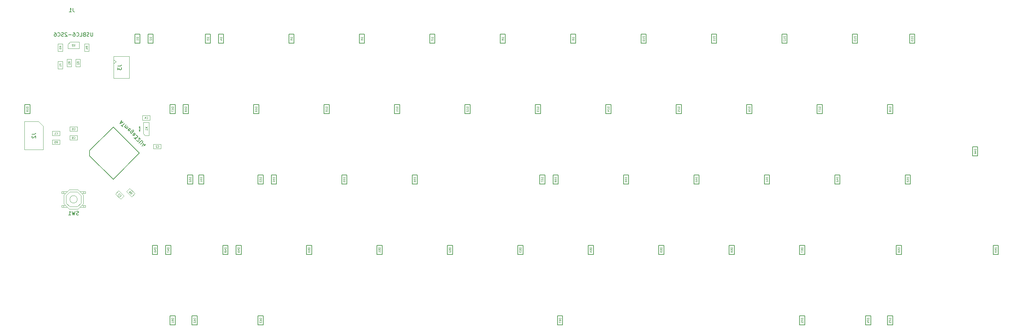
<source format=gbr>
G04 #@! TF.GenerationSoftware,KiCad,Pcbnew,(6.0.0)*
G04 #@! TF.CreationDate,2022-02-12T17:38:40+01:00*
G04 #@! TF.ProjectId,plain60-flex-edition,706c6169-6e36-4302-9d66-6c65782d6564,rev?*
G04 #@! TF.SameCoordinates,Original*
G04 #@! TF.FileFunction,AssemblyDrawing,Bot*
%FSLAX46Y46*%
G04 Gerber Fmt 4.6, Leading zero omitted, Abs format (unit mm)*
G04 Created by KiCad (PCBNEW (6.0.0)) date 2022-02-12 17:38:40*
%MOMM*%
%LPD*%
G01*
G04 APERTURE LIST*
%ADD10C,0.125000*%
%ADD11C,0.150000*%
%ADD12C,0.030000*%
%ADD13C,0.080000*%
%ADD14C,0.075000*%
%ADD15C,0.100000*%
G04 APERTURE END LIST*
D10*
X246090459Y-10108491D02*
X245590459Y-10108491D01*
X245590459Y-10227538D01*
X245614269Y-10298967D01*
X245661888Y-10346586D01*
X245709507Y-10370395D01*
X245804745Y-10394205D01*
X245876173Y-10394205D01*
X245971411Y-10370395D01*
X246019030Y-10346586D01*
X246066649Y-10298967D01*
X246090459Y-10227538D01*
X246090459Y-10108491D01*
X246090459Y-10870395D02*
X246090459Y-10584681D01*
X246090459Y-10727538D02*
X245590459Y-10727538D01*
X245661888Y-10679919D01*
X245709507Y-10632300D01*
X245733316Y-10584681D01*
X245590459Y-11322776D02*
X245590459Y-11084681D01*
X245828554Y-11060872D01*
X245804745Y-11084681D01*
X245780935Y-11132300D01*
X245780935Y-11251348D01*
X245804745Y-11298967D01*
X245828554Y-11322776D01*
X245876173Y-11346586D01*
X245995221Y-11346586D01*
X246042840Y-11322776D01*
X246066649Y-11298967D01*
X246090459Y-11251348D01*
X246090459Y-11132300D01*
X246066649Y-11084681D01*
X246042840Y-11060872D01*
X240137329Y-86308555D02*
X239637329Y-86308555D01*
X239637329Y-86427602D01*
X239661139Y-86499031D01*
X239708758Y-86546650D01*
X239756377Y-86570459D01*
X239851615Y-86594269D01*
X239923043Y-86594269D01*
X240018281Y-86570459D01*
X240065900Y-86546650D01*
X240113519Y-86499031D01*
X240137329Y-86427602D01*
X240137329Y-86308555D01*
X239637329Y-86760936D02*
X239637329Y-87094269D01*
X240137329Y-86879983D01*
X239637329Y-87237126D02*
X239637329Y-87546650D01*
X239827805Y-87379983D01*
X239827805Y-87451412D01*
X239851615Y-87499031D01*
X239875424Y-87522840D01*
X239923043Y-87546650D01*
X240042091Y-87546650D01*
X240089710Y-87522840D01*
X240113519Y-87499031D01*
X240137329Y-87451412D01*
X240137329Y-87308555D01*
X240113519Y-87260936D01*
X240089710Y-87237126D01*
X216324809Y-86308555D02*
X215824809Y-86308555D01*
X215824809Y-86427602D01*
X215848619Y-86499031D01*
X215896238Y-86546650D01*
X215943857Y-86570459D01*
X216039095Y-86594269D01*
X216110523Y-86594269D01*
X216205761Y-86570459D01*
X216253380Y-86546650D01*
X216300999Y-86499031D01*
X216324809Y-86427602D01*
X216324809Y-86308555D01*
X215824809Y-86760936D02*
X215824809Y-87094269D01*
X216324809Y-86879983D01*
X215872428Y-87260936D02*
X215848619Y-87284745D01*
X215824809Y-87332364D01*
X215824809Y-87451412D01*
X215848619Y-87499031D01*
X215872428Y-87522840D01*
X215920047Y-87546650D01*
X215967666Y-87546650D01*
X216039095Y-87522840D01*
X216324809Y-87237126D01*
X216324809Y-87546650D01*
X150840379Y-86308555D02*
X150340379Y-86308555D01*
X150340379Y-86427602D01*
X150364189Y-86499031D01*
X150411808Y-86546650D01*
X150459427Y-86570459D01*
X150554665Y-86594269D01*
X150626093Y-86594269D01*
X150721331Y-86570459D01*
X150768950Y-86546650D01*
X150816569Y-86499031D01*
X150840379Y-86427602D01*
X150840379Y-86308555D01*
X150340379Y-87022840D02*
X150340379Y-86927602D01*
X150364189Y-86879983D01*
X150387998Y-86856174D01*
X150459427Y-86808555D01*
X150554665Y-86784745D01*
X150745141Y-86784745D01*
X150792760Y-86808555D01*
X150816569Y-86832364D01*
X150840379Y-86879983D01*
X150840379Y-86975221D01*
X150816569Y-87022840D01*
X150792760Y-87046650D01*
X150745141Y-87070459D01*
X150626093Y-87070459D01*
X150578474Y-87046650D01*
X150554665Y-87022840D01*
X150530855Y-86975221D01*
X150530855Y-86879983D01*
X150554665Y-86832364D01*
X150578474Y-86808555D01*
X150626093Y-86784745D01*
X150340379Y-87237126D02*
X150340379Y-87570459D01*
X150840379Y-87356174D01*
X69877811Y-86308555D02*
X69377811Y-86308555D01*
X69377811Y-86427602D01*
X69401621Y-86499031D01*
X69449240Y-86546650D01*
X69496859Y-86570459D01*
X69592097Y-86594269D01*
X69663525Y-86594269D01*
X69758763Y-86570459D01*
X69806382Y-86546650D01*
X69854001Y-86499031D01*
X69877811Y-86427602D01*
X69877811Y-86308555D01*
X69377811Y-87022840D02*
X69377811Y-86927602D01*
X69401621Y-86879983D01*
X69425430Y-86856174D01*
X69496859Y-86808555D01*
X69592097Y-86784745D01*
X69782573Y-86784745D01*
X69830192Y-86808555D01*
X69854001Y-86832364D01*
X69877811Y-86879983D01*
X69877811Y-86975221D01*
X69854001Y-87022840D01*
X69830192Y-87046650D01*
X69782573Y-87070459D01*
X69663525Y-87070459D01*
X69615906Y-87046650D01*
X69592097Y-87022840D01*
X69568287Y-86975221D01*
X69568287Y-86879983D01*
X69592097Y-86832364D01*
X69615906Y-86808555D01*
X69663525Y-86784745D01*
X69377811Y-87237126D02*
X69377811Y-87546650D01*
X69568287Y-87379983D01*
X69568287Y-87451412D01*
X69592097Y-87499031D01*
X69615906Y-87522840D01*
X69663525Y-87546650D01*
X69782573Y-87546650D01*
X69830192Y-87522840D01*
X69854001Y-87499031D01*
X69877811Y-87451412D01*
X69877811Y-87308555D01*
X69854001Y-87260936D01*
X69830192Y-87237126D01*
X268712353Y-67258539D02*
X268212353Y-67258539D01*
X268212353Y-67377586D01*
X268236163Y-67449015D01*
X268283782Y-67496634D01*
X268331401Y-67520443D01*
X268426639Y-67544253D01*
X268498067Y-67544253D01*
X268593305Y-67520443D01*
X268640924Y-67496634D01*
X268688543Y-67449015D01*
X268712353Y-67377586D01*
X268712353Y-67258539D01*
X268212353Y-67996634D02*
X268212353Y-67758539D01*
X268450448Y-67734729D01*
X268426639Y-67758539D01*
X268402829Y-67806158D01*
X268402829Y-67925205D01*
X268426639Y-67972824D01*
X268450448Y-67996634D01*
X268498067Y-68020443D01*
X268617115Y-68020443D01*
X268664734Y-67996634D01*
X268688543Y-67972824D01*
X268712353Y-67925205D01*
X268712353Y-67806158D01*
X268688543Y-67758539D01*
X268664734Y-67734729D01*
X268712353Y-68258539D02*
X268712353Y-68353777D01*
X268688543Y-68401396D01*
X268664734Y-68425205D01*
X268593305Y-68472824D01*
X268498067Y-68496634D01*
X268307591Y-68496634D01*
X268259972Y-68472824D01*
X268236163Y-68449015D01*
X268212353Y-68401396D01*
X268212353Y-68306158D01*
X268236163Y-68258539D01*
X268259972Y-68234729D01*
X268307591Y-68210920D01*
X268426639Y-68210920D01*
X268474258Y-68234729D01*
X268498067Y-68258539D01*
X268521877Y-68306158D01*
X268521877Y-68401396D01*
X268498067Y-68449015D01*
X268474258Y-68472824D01*
X268426639Y-68496634D01*
X242518581Y-67258539D02*
X242018581Y-67258539D01*
X242018581Y-67377586D01*
X242042391Y-67449015D01*
X242090010Y-67496634D01*
X242137629Y-67520443D01*
X242232867Y-67544253D01*
X242304295Y-67544253D01*
X242399533Y-67520443D01*
X242447152Y-67496634D01*
X242494771Y-67449015D01*
X242518581Y-67377586D01*
X242518581Y-67258539D01*
X242018581Y-67996634D02*
X242018581Y-67758539D01*
X242256676Y-67734729D01*
X242232867Y-67758539D01*
X242209057Y-67806158D01*
X242209057Y-67925205D01*
X242232867Y-67972824D01*
X242256676Y-67996634D01*
X242304295Y-68020443D01*
X242423343Y-68020443D01*
X242470962Y-67996634D01*
X242494771Y-67972824D01*
X242518581Y-67925205D01*
X242518581Y-67806158D01*
X242494771Y-67758539D01*
X242470962Y-67734729D01*
X242232867Y-68306158D02*
X242209057Y-68258539D01*
X242185248Y-68234729D01*
X242137629Y-68210920D01*
X242113819Y-68210920D01*
X242066200Y-68234729D01*
X242042391Y-68258539D01*
X242018581Y-68306158D01*
X242018581Y-68401396D01*
X242042391Y-68449015D01*
X242066200Y-68472824D01*
X242113819Y-68496634D01*
X242137629Y-68496634D01*
X242185248Y-68472824D01*
X242209057Y-68449015D01*
X242232867Y-68401396D01*
X242232867Y-68306158D01*
X242256676Y-68258539D01*
X242280486Y-68234729D01*
X242328105Y-68210920D01*
X242423343Y-68210920D01*
X242470962Y-68234729D01*
X242494771Y-68258539D01*
X242518581Y-68306158D01*
X242518581Y-68401396D01*
X242494771Y-68449015D01*
X242470962Y-68472824D01*
X242423343Y-68496634D01*
X242328105Y-68496634D01*
X242280486Y-68472824D01*
X242256676Y-68449015D01*
X242232867Y-68401396D01*
X216324809Y-67258539D02*
X215824809Y-67258539D01*
X215824809Y-67377586D01*
X215848619Y-67449015D01*
X215896238Y-67496634D01*
X215943857Y-67520443D01*
X216039095Y-67544253D01*
X216110523Y-67544253D01*
X216205761Y-67520443D01*
X216253380Y-67496634D01*
X216300999Y-67449015D01*
X216324809Y-67377586D01*
X216324809Y-67258539D01*
X215824809Y-67996634D02*
X215824809Y-67758539D01*
X216062904Y-67734729D01*
X216039095Y-67758539D01*
X216015285Y-67806158D01*
X216015285Y-67925205D01*
X216039095Y-67972824D01*
X216062904Y-67996634D01*
X216110523Y-68020443D01*
X216229571Y-68020443D01*
X216277190Y-67996634D01*
X216300999Y-67972824D01*
X216324809Y-67925205D01*
X216324809Y-67806158D01*
X216300999Y-67758539D01*
X216277190Y-67734729D01*
X215824809Y-68187110D02*
X215824809Y-68520443D01*
X216324809Y-68306158D01*
X197274793Y-67258539D02*
X196774793Y-67258539D01*
X196774793Y-67377586D01*
X196798603Y-67449015D01*
X196846222Y-67496634D01*
X196893841Y-67520443D01*
X196989079Y-67544253D01*
X197060507Y-67544253D01*
X197155745Y-67520443D01*
X197203364Y-67496634D01*
X197250983Y-67449015D01*
X197274793Y-67377586D01*
X197274793Y-67258539D01*
X196774793Y-67996634D02*
X196774793Y-67758539D01*
X197012888Y-67734729D01*
X196989079Y-67758539D01*
X196965269Y-67806158D01*
X196965269Y-67925205D01*
X196989079Y-67972824D01*
X197012888Y-67996634D01*
X197060507Y-68020443D01*
X197179555Y-68020443D01*
X197227174Y-67996634D01*
X197250983Y-67972824D01*
X197274793Y-67925205D01*
X197274793Y-67806158D01*
X197250983Y-67758539D01*
X197227174Y-67734729D01*
X196774793Y-68449015D02*
X196774793Y-68353777D01*
X196798603Y-68306158D01*
X196822412Y-68282348D01*
X196893841Y-68234729D01*
X196989079Y-68210920D01*
X197179555Y-68210920D01*
X197227174Y-68234729D01*
X197250983Y-68258539D01*
X197274793Y-68306158D01*
X197274793Y-68401396D01*
X197250983Y-68449015D01*
X197227174Y-68472824D01*
X197179555Y-68496634D01*
X197060507Y-68496634D01*
X197012888Y-68472824D01*
X196989079Y-68449015D01*
X196965269Y-68401396D01*
X196965269Y-68306158D01*
X196989079Y-68258539D01*
X197012888Y-68234729D01*
X197060507Y-68210920D01*
X140124745Y-67258539D02*
X139624745Y-67258539D01*
X139624745Y-67377586D01*
X139648555Y-67449015D01*
X139696174Y-67496634D01*
X139743793Y-67520443D01*
X139839031Y-67544253D01*
X139910459Y-67544253D01*
X140005697Y-67520443D01*
X140053316Y-67496634D01*
X140100935Y-67449015D01*
X140124745Y-67377586D01*
X140124745Y-67258539D01*
X139624745Y-67996634D02*
X139624745Y-67758539D01*
X139862840Y-67734729D01*
X139839031Y-67758539D01*
X139815221Y-67806158D01*
X139815221Y-67925205D01*
X139839031Y-67972824D01*
X139862840Y-67996634D01*
X139910459Y-68020443D01*
X140029507Y-68020443D01*
X140077126Y-67996634D01*
X140100935Y-67972824D01*
X140124745Y-67925205D01*
X140124745Y-67806158D01*
X140100935Y-67758539D01*
X140077126Y-67734729D01*
X139624745Y-68187110D02*
X139624745Y-68496634D01*
X139815221Y-68329967D01*
X139815221Y-68401396D01*
X139839031Y-68449015D01*
X139862840Y-68472824D01*
X139910459Y-68496634D01*
X140029507Y-68496634D01*
X140077126Y-68472824D01*
X140100935Y-68449015D01*
X140124745Y-68401396D01*
X140124745Y-68258539D01*
X140100935Y-68210920D01*
X140077126Y-68187110D01*
X102024713Y-67258539D02*
X101524713Y-67258539D01*
X101524713Y-67377586D01*
X101548523Y-67449015D01*
X101596142Y-67496634D01*
X101643761Y-67520443D01*
X101738999Y-67544253D01*
X101810427Y-67544253D01*
X101905665Y-67520443D01*
X101953284Y-67496634D01*
X102000903Y-67449015D01*
X102024713Y-67377586D01*
X102024713Y-67258539D01*
X101524713Y-67996634D02*
X101524713Y-67758539D01*
X101762808Y-67734729D01*
X101738999Y-67758539D01*
X101715189Y-67806158D01*
X101715189Y-67925205D01*
X101738999Y-67972824D01*
X101762808Y-67996634D01*
X101810427Y-68020443D01*
X101929475Y-68020443D01*
X101977094Y-67996634D01*
X102000903Y-67972824D01*
X102024713Y-67925205D01*
X102024713Y-67806158D01*
X102000903Y-67758539D01*
X101977094Y-67734729D01*
X102024713Y-68496634D02*
X102024713Y-68210920D01*
X102024713Y-68353777D02*
X101524713Y-68353777D01*
X101596142Y-68306158D01*
X101643761Y-68258539D01*
X101667570Y-68210920D01*
X82974697Y-67258539D02*
X82474697Y-67258539D01*
X82474697Y-67377586D01*
X82498507Y-67449015D01*
X82546126Y-67496634D01*
X82593745Y-67520443D01*
X82688983Y-67544253D01*
X82760411Y-67544253D01*
X82855649Y-67520443D01*
X82903268Y-67496634D01*
X82950887Y-67449015D01*
X82974697Y-67377586D01*
X82974697Y-67258539D01*
X82474697Y-67996634D02*
X82474697Y-67758539D01*
X82712792Y-67734729D01*
X82688983Y-67758539D01*
X82665173Y-67806158D01*
X82665173Y-67925205D01*
X82688983Y-67972824D01*
X82712792Y-67996634D01*
X82760411Y-68020443D01*
X82879459Y-68020443D01*
X82927078Y-67996634D01*
X82950887Y-67972824D01*
X82974697Y-67925205D01*
X82974697Y-67806158D01*
X82950887Y-67758539D01*
X82927078Y-67734729D01*
X82474697Y-68329967D02*
X82474697Y-68377586D01*
X82498507Y-68425205D01*
X82522316Y-68449015D01*
X82569935Y-68472824D01*
X82665173Y-68496634D01*
X82784221Y-68496634D01*
X82879459Y-68472824D01*
X82927078Y-68449015D01*
X82950887Y-68425205D01*
X82974697Y-68377586D01*
X82974697Y-68329967D01*
X82950887Y-68282348D01*
X82927078Y-68258539D01*
X82879459Y-68234729D01*
X82784221Y-68210920D01*
X82665173Y-68210920D01*
X82569935Y-68234729D01*
X82522316Y-68258539D01*
X82498507Y-68282348D01*
X82474697Y-68329967D01*
X221087313Y-29158507D02*
X220587313Y-29158507D01*
X220587313Y-29277554D01*
X220611123Y-29348983D01*
X220658742Y-29396602D01*
X220706361Y-29420411D01*
X220801599Y-29444221D01*
X220873027Y-29444221D01*
X220968265Y-29420411D01*
X221015884Y-29396602D01*
X221063503Y-29348983D01*
X221087313Y-29277554D01*
X221087313Y-29158507D01*
X220634932Y-29634697D02*
X220611123Y-29658507D01*
X220587313Y-29706126D01*
X220587313Y-29825173D01*
X220611123Y-29872792D01*
X220634932Y-29896602D01*
X220682551Y-29920411D01*
X220730170Y-29920411D01*
X220801599Y-29896602D01*
X221087313Y-29610888D01*
X221087313Y-29920411D01*
X220587313Y-30087078D02*
X220587313Y-30420411D01*
X221087313Y-30206126D01*
X225849817Y-48208523D02*
X225349817Y-48208523D01*
X225349817Y-48327570D01*
X225373627Y-48398999D01*
X225421246Y-48446618D01*
X225468865Y-48470427D01*
X225564103Y-48494237D01*
X225635531Y-48494237D01*
X225730769Y-48470427D01*
X225778388Y-48446618D01*
X225826007Y-48398999D01*
X225849817Y-48327570D01*
X225849817Y-48208523D01*
X225516484Y-48922808D02*
X225849817Y-48922808D01*
X225326007Y-48803761D02*
X225683150Y-48684713D01*
X225683150Y-48994237D01*
X225397436Y-49160904D02*
X225373627Y-49184713D01*
X225349817Y-49232332D01*
X225349817Y-49351380D01*
X225373627Y-49398999D01*
X225397436Y-49422808D01*
X225445055Y-49446618D01*
X225492674Y-49446618D01*
X225564103Y-49422808D01*
X225849817Y-49137094D01*
X225849817Y-49446618D01*
X49637169Y-29158507D02*
X49137169Y-29158507D01*
X49137169Y-29277554D01*
X49160979Y-29348983D01*
X49208598Y-29396602D01*
X49256217Y-29420411D01*
X49351455Y-29444221D01*
X49422883Y-29444221D01*
X49518121Y-29420411D01*
X49565740Y-29396602D01*
X49613359Y-29348983D01*
X49637169Y-29277554D01*
X49637169Y-29158507D01*
X49637169Y-29920411D02*
X49637169Y-29634697D01*
X49637169Y-29777554D02*
X49137169Y-29777554D01*
X49208598Y-29729935D01*
X49256217Y-29682316D01*
X49280026Y-29634697D01*
X49351455Y-30206126D02*
X49327645Y-30158507D01*
X49303836Y-30134697D01*
X49256217Y-30110888D01*
X49232407Y-30110888D01*
X49184788Y-30134697D01*
X49160979Y-30158507D01*
X49137169Y-30206126D01*
X49137169Y-30301364D01*
X49160979Y-30348983D01*
X49184788Y-30372792D01*
X49232407Y-30396602D01*
X49256217Y-30396602D01*
X49303836Y-30372792D01*
X49327645Y-30348983D01*
X49351455Y-30301364D01*
X49351455Y-30206126D01*
X49375264Y-30158507D01*
X49399074Y-30134697D01*
X49446693Y-30110888D01*
X49541931Y-30110888D01*
X49589550Y-30134697D01*
X49613359Y-30158507D01*
X49637169Y-30206126D01*
X49637169Y-30301364D01*
X49613359Y-30348983D01*
X49589550Y-30372792D01*
X49541931Y-30396602D01*
X49446693Y-30396602D01*
X49399074Y-30372792D01*
X49375264Y-30348983D01*
X49351455Y-30301364D01*
X182987281Y-29158507D02*
X182487281Y-29158507D01*
X182487281Y-29277554D01*
X182511091Y-29348983D01*
X182558710Y-29396602D01*
X182606329Y-29420411D01*
X182701567Y-29444221D01*
X182772995Y-29444221D01*
X182868233Y-29420411D01*
X182915852Y-29396602D01*
X182963471Y-29348983D01*
X182987281Y-29277554D01*
X182987281Y-29158507D01*
X182534900Y-29634697D02*
X182511091Y-29658507D01*
X182487281Y-29706126D01*
X182487281Y-29825173D01*
X182511091Y-29872792D01*
X182534900Y-29896602D01*
X182582519Y-29920411D01*
X182630138Y-29920411D01*
X182701567Y-29896602D01*
X182987281Y-29610888D01*
X182987281Y-29920411D01*
X182487281Y-30372792D02*
X182487281Y-30134697D01*
X182725376Y-30110888D01*
X182701567Y-30134697D01*
X182677757Y-30182316D01*
X182677757Y-30301364D01*
X182701567Y-30348983D01*
X182725376Y-30372792D01*
X182772995Y-30396602D01*
X182892043Y-30396602D01*
X182939662Y-30372792D01*
X182963471Y-30348983D01*
X182987281Y-30301364D01*
X182987281Y-30182316D01*
X182963471Y-30134697D01*
X182939662Y-30110888D01*
X206799801Y-48208523D02*
X206299801Y-48208523D01*
X206299801Y-48327570D01*
X206323611Y-48398999D01*
X206371230Y-48446618D01*
X206418849Y-48470427D01*
X206514087Y-48494237D01*
X206585515Y-48494237D01*
X206680753Y-48470427D01*
X206728372Y-48446618D01*
X206775991Y-48398999D01*
X206799801Y-48327570D01*
X206799801Y-48208523D01*
X206466468Y-48922808D02*
X206799801Y-48922808D01*
X206275991Y-48803761D02*
X206633134Y-48684713D01*
X206633134Y-48994237D01*
X206799801Y-49446618D02*
X206799801Y-49160904D01*
X206799801Y-49303761D02*
X206299801Y-49303761D01*
X206371230Y-49256142D01*
X206418849Y-49208523D01*
X206442658Y-49160904D01*
X111549721Y-48208523D02*
X111049721Y-48208523D01*
X111049721Y-48327570D01*
X111073531Y-48398999D01*
X111121150Y-48446618D01*
X111168769Y-48470427D01*
X111264007Y-48494237D01*
X111335435Y-48494237D01*
X111430673Y-48470427D01*
X111478292Y-48446618D01*
X111525911Y-48398999D01*
X111549721Y-48327570D01*
X111549721Y-48208523D01*
X111049721Y-48660904D02*
X111049721Y-48970427D01*
X111240197Y-48803761D01*
X111240197Y-48875189D01*
X111264007Y-48922808D01*
X111287816Y-48946618D01*
X111335435Y-48970427D01*
X111454483Y-48970427D01*
X111502102Y-48946618D01*
X111525911Y-48922808D01*
X111549721Y-48875189D01*
X111549721Y-48732332D01*
X111525911Y-48684713D01*
X111502102Y-48660904D01*
X111049721Y-49398999D02*
X111049721Y-49303761D01*
X111073531Y-49256142D01*
X111097340Y-49232332D01*
X111168769Y-49184713D01*
X111264007Y-49160904D01*
X111454483Y-49160904D01*
X111502102Y-49184713D01*
X111525911Y-49208523D01*
X111549721Y-49256142D01*
X111549721Y-49351380D01*
X111525911Y-49398999D01*
X111502102Y-49422808D01*
X111454483Y-49446618D01*
X111335435Y-49446618D01*
X111287816Y-49422808D01*
X111264007Y-49398999D01*
X111240197Y-49351380D01*
X111240197Y-49256142D01*
X111264007Y-49208523D01*
X111287816Y-49184713D01*
X111335435Y-49160904D01*
X53804360Y-48208523D02*
X53304360Y-48208523D01*
X53304360Y-48327570D01*
X53328170Y-48398999D01*
X53375789Y-48446618D01*
X53423408Y-48470427D01*
X53518646Y-48494237D01*
X53590074Y-48494237D01*
X53685312Y-48470427D01*
X53732931Y-48446618D01*
X53780550Y-48398999D01*
X53804360Y-48327570D01*
X53804360Y-48208523D01*
X53304360Y-48660904D02*
X53304360Y-48970427D01*
X53494836Y-48803761D01*
X53494836Y-48875189D01*
X53518646Y-48922808D01*
X53542455Y-48946618D01*
X53590074Y-48970427D01*
X53709122Y-48970427D01*
X53756741Y-48946618D01*
X53780550Y-48922808D01*
X53804360Y-48875189D01*
X53804360Y-48732332D01*
X53780550Y-48684713D01*
X53756741Y-48660904D01*
X53804360Y-49446618D02*
X53804360Y-49160904D01*
X53804360Y-49303761D02*
X53304360Y-49303761D01*
X53375789Y-49256142D01*
X53423408Y-49208523D01*
X53447217Y-49160904D01*
X187749785Y-48208523D02*
X187249785Y-48208523D01*
X187249785Y-48327570D01*
X187273595Y-48398999D01*
X187321214Y-48446618D01*
X187368833Y-48470427D01*
X187464071Y-48494237D01*
X187535499Y-48494237D01*
X187630737Y-48470427D01*
X187678356Y-48446618D01*
X187725975Y-48398999D01*
X187749785Y-48327570D01*
X187749785Y-48208523D01*
X187416452Y-48922808D02*
X187749785Y-48922808D01*
X187225975Y-48803761D02*
X187583118Y-48684713D01*
X187583118Y-48994237D01*
X187249785Y-49279951D02*
X187249785Y-49327570D01*
X187273595Y-49375189D01*
X187297404Y-49398999D01*
X187345023Y-49422808D01*
X187440261Y-49446618D01*
X187559309Y-49446618D01*
X187654547Y-49422808D01*
X187702166Y-49398999D01*
X187725975Y-49375189D01*
X187749785Y-49327570D01*
X187749785Y-49279951D01*
X187725975Y-49232332D01*
X187702166Y-49208523D01*
X187654547Y-49184713D01*
X187559309Y-49160904D01*
X187440261Y-49160904D01*
X187345023Y-49184713D01*
X187297404Y-49208523D01*
X187273595Y-49232332D01*
X187249785Y-49279951D01*
X146077875Y-48208523D02*
X145577875Y-48208523D01*
X145577875Y-48327570D01*
X145601685Y-48398999D01*
X145649304Y-48446618D01*
X145696923Y-48470427D01*
X145792161Y-48494237D01*
X145863589Y-48494237D01*
X145958827Y-48470427D01*
X146006446Y-48446618D01*
X146054065Y-48398999D01*
X146077875Y-48327570D01*
X146077875Y-48208523D01*
X145577875Y-48660904D02*
X145577875Y-48970427D01*
X145768351Y-48803761D01*
X145768351Y-48875189D01*
X145792161Y-48922808D01*
X145815970Y-48946618D01*
X145863589Y-48970427D01*
X145982637Y-48970427D01*
X146030256Y-48946618D01*
X146054065Y-48922808D01*
X146077875Y-48875189D01*
X146077875Y-48732332D01*
X146054065Y-48684713D01*
X146030256Y-48660904D01*
X145577875Y-49137094D02*
X145577875Y-49470427D01*
X146077875Y-49256142D01*
X50827795Y-48208523D02*
X50327795Y-48208523D01*
X50327795Y-48327570D01*
X50351605Y-48398999D01*
X50399224Y-48446618D01*
X50446843Y-48470427D01*
X50542081Y-48494237D01*
X50613509Y-48494237D01*
X50708747Y-48470427D01*
X50756366Y-48446618D01*
X50803985Y-48398999D01*
X50827795Y-48327570D01*
X50827795Y-48208523D01*
X50327795Y-48660904D02*
X50327795Y-48970427D01*
X50518271Y-48803761D01*
X50518271Y-48875189D01*
X50542081Y-48922808D01*
X50565890Y-48946618D01*
X50613509Y-48970427D01*
X50732557Y-48970427D01*
X50780176Y-48946618D01*
X50803985Y-48922808D01*
X50827795Y-48875189D01*
X50827795Y-48732332D01*
X50803985Y-48684713D01*
X50780176Y-48660904D01*
X50375414Y-49160904D02*
X50351605Y-49184713D01*
X50327795Y-49232332D01*
X50327795Y-49351380D01*
X50351605Y-49398999D01*
X50375414Y-49422808D01*
X50423033Y-49446618D01*
X50470652Y-49446618D01*
X50542081Y-49422808D01*
X50827795Y-49137094D01*
X50827795Y-49446618D01*
X73449689Y-48208523D02*
X72949689Y-48208523D01*
X72949689Y-48327570D01*
X72973499Y-48398999D01*
X73021118Y-48446618D01*
X73068737Y-48470427D01*
X73163975Y-48494237D01*
X73235403Y-48494237D01*
X73330641Y-48470427D01*
X73378260Y-48446618D01*
X73425879Y-48398999D01*
X73449689Y-48327570D01*
X73449689Y-48208523D01*
X72949689Y-48660904D02*
X72949689Y-48970427D01*
X73140165Y-48803761D01*
X73140165Y-48875189D01*
X73163975Y-48922808D01*
X73187784Y-48946618D01*
X73235403Y-48970427D01*
X73354451Y-48970427D01*
X73402070Y-48946618D01*
X73425879Y-48922808D01*
X73449689Y-48875189D01*
X73449689Y-48732332D01*
X73425879Y-48684713D01*
X73402070Y-48660904D01*
X73116356Y-49398999D02*
X73449689Y-49398999D01*
X72925879Y-49279951D02*
X73283022Y-49160904D01*
X73283022Y-49470427D01*
X106787217Y-29158507D02*
X106287217Y-29158507D01*
X106287217Y-29277554D01*
X106311027Y-29348983D01*
X106358646Y-29396602D01*
X106406265Y-29420411D01*
X106501503Y-29444221D01*
X106572931Y-29444221D01*
X106668169Y-29420411D01*
X106715788Y-29396602D01*
X106763407Y-29348983D01*
X106787217Y-29277554D01*
X106787217Y-29158507D01*
X106334836Y-29634697D02*
X106311027Y-29658507D01*
X106287217Y-29706126D01*
X106287217Y-29825173D01*
X106311027Y-29872792D01*
X106334836Y-29896602D01*
X106382455Y-29920411D01*
X106430074Y-29920411D01*
X106501503Y-29896602D01*
X106787217Y-29610888D01*
X106787217Y-29920411D01*
X106787217Y-30396602D02*
X106787217Y-30110888D01*
X106787217Y-30253745D02*
X106287217Y-30253745D01*
X106358646Y-30206126D01*
X106406265Y-30158507D01*
X106430074Y-30110888D01*
X202037297Y-29158507D02*
X201537297Y-29158507D01*
X201537297Y-29277554D01*
X201561107Y-29348983D01*
X201608726Y-29396602D01*
X201656345Y-29420411D01*
X201751583Y-29444221D01*
X201823011Y-29444221D01*
X201918249Y-29420411D01*
X201965868Y-29396602D01*
X202013487Y-29348983D01*
X202037297Y-29277554D01*
X202037297Y-29158507D01*
X201584916Y-29634697D02*
X201561107Y-29658507D01*
X201537297Y-29706126D01*
X201537297Y-29825173D01*
X201561107Y-29872792D01*
X201584916Y-29896602D01*
X201632535Y-29920411D01*
X201680154Y-29920411D01*
X201751583Y-29896602D01*
X202037297Y-29610888D01*
X202037297Y-29920411D01*
X201537297Y-30348983D02*
X201537297Y-30253745D01*
X201561107Y-30206126D01*
X201584916Y-30182316D01*
X201656345Y-30134697D01*
X201751583Y-30110888D01*
X201942059Y-30110888D01*
X201989678Y-30134697D01*
X202013487Y-30158507D01*
X202037297Y-30206126D01*
X202037297Y-30301364D01*
X202013487Y-30348983D01*
X201989678Y-30372792D01*
X201942059Y-30396602D01*
X201823011Y-30396602D01*
X201775392Y-30372792D01*
X201751583Y-30348983D01*
X201727773Y-30301364D01*
X201727773Y-30206126D01*
X201751583Y-30158507D01*
X201775392Y-30134697D01*
X201823011Y-30110888D01*
X125837233Y-29158507D02*
X125337233Y-29158507D01*
X125337233Y-29277554D01*
X125361043Y-29348983D01*
X125408662Y-29396602D01*
X125456281Y-29420411D01*
X125551519Y-29444221D01*
X125622947Y-29444221D01*
X125718185Y-29420411D01*
X125765804Y-29396602D01*
X125813423Y-29348983D01*
X125837233Y-29277554D01*
X125837233Y-29158507D01*
X125384852Y-29634697D02*
X125361043Y-29658507D01*
X125337233Y-29706126D01*
X125337233Y-29825173D01*
X125361043Y-29872792D01*
X125384852Y-29896602D01*
X125432471Y-29920411D01*
X125480090Y-29920411D01*
X125551519Y-29896602D01*
X125837233Y-29610888D01*
X125837233Y-29920411D01*
X125384852Y-30110888D02*
X125361043Y-30134697D01*
X125337233Y-30182316D01*
X125337233Y-30301364D01*
X125361043Y-30348983D01*
X125384852Y-30372792D01*
X125432471Y-30396602D01*
X125480090Y-30396602D01*
X125551519Y-30372792D01*
X125837233Y-30087078D01*
X125837233Y-30396602D01*
X163937265Y-29158507D02*
X163437265Y-29158507D01*
X163437265Y-29277554D01*
X163461075Y-29348983D01*
X163508694Y-29396602D01*
X163556313Y-29420411D01*
X163651551Y-29444221D01*
X163722979Y-29444221D01*
X163818217Y-29420411D01*
X163865836Y-29396602D01*
X163913455Y-29348983D01*
X163937265Y-29277554D01*
X163937265Y-29158507D01*
X163484884Y-29634697D02*
X163461075Y-29658507D01*
X163437265Y-29706126D01*
X163437265Y-29825173D01*
X163461075Y-29872792D01*
X163484884Y-29896602D01*
X163532503Y-29920411D01*
X163580122Y-29920411D01*
X163651551Y-29896602D01*
X163937265Y-29610888D01*
X163937265Y-29920411D01*
X163603932Y-30348983D02*
X163937265Y-30348983D01*
X163413455Y-30229935D02*
X163770598Y-30110888D01*
X163770598Y-30420411D01*
X244899833Y-48208523D02*
X244399833Y-48208523D01*
X244399833Y-48327570D01*
X244423643Y-48398999D01*
X244471262Y-48446618D01*
X244518881Y-48470427D01*
X244614119Y-48494237D01*
X244685547Y-48494237D01*
X244780785Y-48470427D01*
X244828404Y-48446618D01*
X244876023Y-48398999D01*
X244899833Y-48327570D01*
X244899833Y-48208523D01*
X244566500Y-48922808D02*
X244899833Y-48922808D01*
X244376023Y-48803761D02*
X244733166Y-48684713D01*
X244733166Y-48994237D01*
X244399833Y-49137094D02*
X244399833Y-49446618D01*
X244590309Y-49279951D01*
X244590309Y-49351380D01*
X244614119Y-49398999D01*
X244637928Y-49422808D01*
X244685547Y-49446618D01*
X244804595Y-49446618D01*
X244852214Y-49422808D01*
X244876023Y-49398999D01*
X244899833Y-49351380D01*
X244899833Y-49208523D01*
X244876023Y-49160904D01*
X244852214Y-49137094D01*
X149649753Y-48208523D02*
X149149753Y-48208523D01*
X149149753Y-48327570D01*
X149173563Y-48398999D01*
X149221182Y-48446618D01*
X149268801Y-48470427D01*
X149364039Y-48494237D01*
X149435467Y-48494237D01*
X149530705Y-48470427D01*
X149578324Y-48446618D01*
X149625943Y-48398999D01*
X149649753Y-48327570D01*
X149649753Y-48208523D01*
X149149753Y-48660904D02*
X149149753Y-48970427D01*
X149340229Y-48803761D01*
X149340229Y-48875189D01*
X149364039Y-48922808D01*
X149387848Y-48946618D01*
X149435467Y-48970427D01*
X149554515Y-48970427D01*
X149602134Y-48946618D01*
X149625943Y-48922808D01*
X149649753Y-48875189D01*
X149649753Y-48732332D01*
X149625943Y-48684713D01*
X149602134Y-48660904D01*
X149364039Y-49256142D02*
X149340229Y-49208523D01*
X149316420Y-49184713D01*
X149268801Y-49160904D01*
X149244991Y-49160904D01*
X149197372Y-49184713D01*
X149173563Y-49208523D01*
X149149753Y-49256142D01*
X149149753Y-49351380D01*
X149173563Y-49398999D01*
X149197372Y-49422808D01*
X149244991Y-49446618D01*
X149268801Y-49446618D01*
X149316420Y-49422808D01*
X149340229Y-49398999D01*
X149364039Y-49351380D01*
X149364039Y-49256142D01*
X149387848Y-49208523D01*
X149411658Y-49184713D01*
X149459277Y-49160904D01*
X149554515Y-49160904D01*
X149602134Y-49184713D01*
X149625943Y-49208523D01*
X149649753Y-49256142D01*
X149649753Y-49351380D01*
X149625943Y-49398999D01*
X149602134Y-49422808D01*
X149554515Y-49446618D01*
X149459277Y-49446618D01*
X149411658Y-49422808D01*
X149387848Y-49398999D01*
X149364039Y-49351380D01*
X92499705Y-48208523D02*
X91999705Y-48208523D01*
X91999705Y-48327570D01*
X92023515Y-48398999D01*
X92071134Y-48446618D01*
X92118753Y-48470427D01*
X92213991Y-48494237D01*
X92285419Y-48494237D01*
X92380657Y-48470427D01*
X92428276Y-48446618D01*
X92475895Y-48398999D01*
X92499705Y-48327570D01*
X92499705Y-48208523D01*
X91999705Y-48660904D02*
X91999705Y-48970427D01*
X92190181Y-48803761D01*
X92190181Y-48875189D01*
X92213991Y-48922808D01*
X92237800Y-48946618D01*
X92285419Y-48970427D01*
X92404467Y-48970427D01*
X92452086Y-48946618D01*
X92475895Y-48922808D01*
X92499705Y-48875189D01*
X92499705Y-48732332D01*
X92475895Y-48684713D01*
X92452086Y-48660904D01*
X91999705Y-49422808D02*
X91999705Y-49184713D01*
X92237800Y-49160904D01*
X92213991Y-49184713D01*
X92190181Y-49232332D01*
X92190181Y-49351380D01*
X92213991Y-49398999D01*
X92237800Y-49422808D01*
X92285419Y-49446618D01*
X92404467Y-49446618D01*
X92452086Y-49422808D01*
X92475895Y-49398999D01*
X92499705Y-49351380D01*
X92499705Y-49232332D01*
X92475895Y-49184713D01*
X92452086Y-49160904D01*
X60352803Y-67258539D02*
X59852803Y-67258539D01*
X59852803Y-67377586D01*
X59876613Y-67449015D01*
X59924232Y-67496634D01*
X59971851Y-67520443D01*
X60067089Y-67544253D01*
X60138517Y-67544253D01*
X60233755Y-67520443D01*
X60281374Y-67496634D01*
X60328993Y-67449015D01*
X60352803Y-67377586D01*
X60352803Y-67258539D01*
X60019470Y-67972824D02*
X60352803Y-67972824D01*
X59828993Y-67853777D02*
X60186136Y-67734729D01*
X60186136Y-68044253D01*
X60067089Y-68306158D02*
X60043279Y-68258539D01*
X60019470Y-68234729D01*
X59971851Y-68210920D01*
X59948041Y-68210920D01*
X59900422Y-68234729D01*
X59876613Y-68258539D01*
X59852803Y-68306158D01*
X59852803Y-68401396D01*
X59876613Y-68449015D01*
X59900422Y-68472824D01*
X59948041Y-68496634D01*
X59971851Y-68496634D01*
X60019470Y-68472824D01*
X60043279Y-68449015D01*
X60067089Y-68401396D01*
X60067089Y-68306158D01*
X60090898Y-68258539D01*
X60114708Y-68234729D01*
X60162327Y-68210920D01*
X60257565Y-68210920D01*
X60305184Y-68234729D01*
X60328993Y-68258539D01*
X60352803Y-68306158D01*
X60352803Y-68401396D01*
X60328993Y-68449015D01*
X60305184Y-68472824D01*
X60257565Y-68496634D01*
X60162327Y-68496634D01*
X60114708Y-68472824D01*
X60090898Y-68449015D01*
X60067089Y-68401396D01*
X159174761Y-67258539D02*
X158674761Y-67258539D01*
X158674761Y-67377586D01*
X158698571Y-67449015D01*
X158746190Y-67496634D01*
X158793809Y-67520443D01*
X158889047Y-67544253D01*
X158960475Y-67544253D01*
X159055713Y-67520443D01*
X159103332Y-67496634D01*
X159150951Y-67449015D01*
X159174761Y-67377586D01*
X159174761Y-67258539D01*
X158674761Y-67996634D02*
X158674761Y-67758539D01*
X158912856Y-67734729D01*
X158889047Y-67758539D01*
X158865237Y-67806158D01*
X158865237Y-67925205D01*
X158889047Y-67972824D01*
X158912856Y-67996634D01*
X158960475Y-68020443D01*
X159079523Y-68020443D01*
X159127142Y-67996634D01*
X159150951Y-67972824D01*
X159174761Y-67925205D01*
X159174761Y-67806158D01*
X159150951Y-67758539D01*
X159127142Y-67734729D01*
X158841428Y-68449015D02*
X159174761Y-68449015D01*
X158650951Y-68329967D02*
X159008094Y-68210920D01*
X159008094Y-68520443D01*
X263125477Y-40572918D02*
X262625477Y-40572918D01*
X262625477Y-40691965D01*
X262649287Y-40763394D01*
X262696906Y-40811013D01*
X262744525Y-40834822D01*
X262839763Y-40858632D01*
X262911191Y-40858632D01*
X263006429Y-40834822D01*
X263054048Y-40811013D01*
X263101667Y-40763394D01*
X263125477Y-40691965D01*
X263125477Y-40572918D01*
X262792144Y-41287203D02*
X263125477Y-41287203D01*
X262601667Y-41168156D02*
X262958810Y-41049108D01*
X262958810Y-41358632D01*
X262792144Y-41763394D02*
X263125477Y-41763394D01*
X262601667Y-41644346D02*
X262958810Y-41525299D01*
X262958810Y-41834822D01*
X52018421Y-86308555D02*
X51518421Y-86308555D01*
X51518421Y-86427602D01*
X51542231Y-86499031D01*
X51589850Y-86546650D01*
X51637469Y-86570459D01*
X51732707Y-86594269D01*
X51804135Y-86594269D01*
X51899373Y-86570459D01*
X51946992Y-86546650D01*
X51994611Y-86499031D01*
X52018421Y-86427602D01*
X52018421Y-86308555D01*
X51518421Y-87022840D02*
X51518421Y-86927602D01*
X51542231Y-86879983D01*
X51566040Y-86856174D01*
X51637469Y-86808555D01*
X51732707Y-86784745D01*
X51923183Y-86784745D01*
X51970802Y-86808555D01*
X51994611Y-86832364D01*
X52018421Y-86879983D01*
X52018421Y-86975221D01*
X51994611Y-87022840D01*
X51970802Y-87046650D01*
X51923183Y-87070459D01*
X51804135Y-87070459D01*
X51756516Y-87046650D01*
X51732707Y-87022840D01*
X51708897Y-86975221D01*
X51708897Y-86879983D01*
X51732707Y-86832364D01*
X51756516Y-86808555D01*
X51804135Y-86784745D01*
X51566040Y-87260936D02*
X51542231Y-87284745D01*
X51518421Y-87332364D01*
X51518421Y-87451412D01*
X51542231Y-87499031D01*
X51566040Y-87522840D01*
X51613659Y-87546650D01*
X51661278Y-87546650D01*
X51732707Y-87522840D01*
X52018421Y-87237126D01*
X52018421Y-87546650D01*
X168699769Y-48208523D02*
X168199769Y-48208523D01*
X168199769Y-48327570D01*
X168223579Y-48398999D01*
X168271198Y-48446618D01*
X168318817Y-48470427D01*
X168414055Y-48494237D01*
X168485483Y-48494237D01*
X168580721Y-48470427D01*
X168628340Y-48446618D01*
X168675959Y-48398999D01*
X168699769Y-48327570D01*
X168699769Y-48208523D01*
X168199769Y-48660904D02*
X168199769Y-48970427D01*
X168390245Y-48803761D01*
X168390245Y-48875189D01*
X168414055Y-48922808D01*
X168437864Y-48946618D01*
X168485483Y-48970427D01*
X168604531Y-48970427D01*
X168652150Y-48946618D01*
X168675959Y-48922808D01*
X168699769Y-48875189D01*
X168699769Y-48732332D01*
X168675959Y-48684713D01*
X168652150Y-48660904D01*
X168699769Y-49208523D02*
X168699769Y-49303761D01*
X168675959Y-49351380D01*
X168652150Y-49375189D01*
X168580721Y-49422808D01*
X168485483Y-49446618D01*
X168295007Y-49446618D01*
X168247388Y-49422808D01*
X168223579Y-49398999D01*
X168199769Y-49351380D01*
X168199769Y-49256142D01*
X168223579Y-49208523D01*
X168247388Y-49184713D01*
X168295007Y-49160904D01*
X168414055Y-49160904D01*
X168461674Y-49184713D01*
X168485483Y-49208523D01*
X168509293Y-49256142D01*
X168509293Y-49351380D01*
X168485483Y-49398999D01*
X168461674Y-49422808D01*
X168414055Y-49446618D01*
X87737201Y-29158507D02*
X87237201Y-29158507D01*
X87237201Y-29277554D01*
X87261011Y-29348983D01*
X87308630Y-29396602D01*
X87356249Y-29420411D01*
X87451487Y-29444221D01*
X87522915Y-29444221D01*
X87618153Y-29420411D01*
X87665772Y-29396602D01*
X87713391Y-29348983D01*
X87737201Y-29277554D01*
X87737201Y-29158507D01*
X87284820Y-29634697D02*
X87261011Y-29658507D01*
X87237201Y-29706126D01*
X87237201Y-29825173D01*
X87261011Y-29872792D01*
X87284820Y-29896602D01*
X87332439Y-29920411D01*
X87380058Y-29920411D01*
X87451487Y-29896602D01*
X87737201Y-29610888D01*
X87737201Y-29920411D01*
X87237201Y-30229935D02*
X87237201Y-30277554D01*
X87261011Y-30325173D01*
X87284820Y-30348983D01*
X87332439Y-30372792D01*
X87427677Y-30396602D01*
X87546725Y-30396602D01*
X87641963Y-30372792D01*
X87689582Y-30348983D01*
X87713391Y-30325173D01*
X87737201Y-30277554D01*
X87737201Y-30229935D01*
X87713391Y-30182316D01*
X87689582Y-30158507D01*
X87641963Y-30134697D01*
X87546725Y-30110888D01*
X87427677Y-30110888D01*
X87332439Y-30134697D01*
X87284820Y-30158507D01*
X87261011Y-30182316D01*
X87237201Y-30229935D01*
X240137329Y-29158507D02*
X239637329Y-29158507D01*
X239637329Y-29277554D01*
X239661139Y-29348983D01*
X239708758Y-29396602D01*
X239756377Y-29420411D01*
X239851615Y-29444221D01*
X239923043Y-29444221D01*
X240018281Y-29420411D01*
X240065900Y-29396602D01*
X240113519Y-29348983D01*
X240137329Y-29277554D01*
X240137329Y-29158507D01*
X239684948Y-29634697D02*
X239661139Y-29658507D01*
X239637329Y-29706126D01*
X239637329Y-29825173D01*
X239661139Y-29872792D01*
X239684948Y-29896602D01*
X239732567Y-29920411D01*
X239780186Y-29920411D01*
X239851615Y-29896602D01*
X240137329Y-29610888D01*
X240137329Y-29920411D01*
X239851615Y-30206126D02*
X239827805Y-30158507D01*
X239803996Y-30134697D01*
X239756377Y-30110888D01*
X239732567Y-30110888D01*
X239684948Y-30134697D01*
X239661139Y-30158507D01*
X239637329Y-30206126D01*
X239637329Y-30301364D01*
X239661139Y-30348983D01*
X239684948Y-30372792D01*
X239732567Y-30396602D01*
X239756377Y-30396602D01*
X239803996Y-30372792D01*
X239827805Y-30348983D01*
X239851615Y-30301364D01*
X239851615Y-30206126D01*
X239875424Y-30158507D01*
X239899234Y-30134697D01*
X239946853Y-30110888D01*
X240042091Y-30110888D01*
X240089710Y-30134697D01*
X240113519Y-30158507D01*
X240137329Y-30206126D01*
X240137329Y-30301364D01*
X240113519Y-30348983D01*
X240089710Y-30372792D01*
X240042091Y-30396602D01*
X239946853Y-30396602D01*
X239899234Y-30372792D01*
X239875424Y-30348983D01*
X239851615Y-30301364D01*
X69877811Y-48208523D02*
X69377811Y-48208523D01*
X69377811Y-48327570D01*
X69401621Y-48398999D01*
X69449240Y-48446618D01*
X69496859Y-48470427D01*
X69592097Y-48494237D01*
X69663525Y-48494237D01*
X69758763Y-48470427D01*
X69806382Y-48446618D01*
X69854001Y-48398999D01*
X69877811Y-48327570D01*
X69877811Y-48208523D01*
X69377811Y-48660904D02*
X69377811Y-48970427D01*
X69568287Y-48803761D01*
X69568287Y-48875189D01*
X69592097Y-48922808D01*
X69615906Y-48946618D01*
X69663525Y-48970427D01*
X69782573Y-48970427D01*
X69830192Y-48946618D01*
X69854001Y-48922808D01*
X69877811Y-48875189D01*
X69877811Y-48732332D01*
X69854001Y-48684713D01*
X69830192Y-48660904D01*
X69377811Y-49137094D02*
X69377811Y-49446618D01*
X69568287Y-49279951D01*
X69568287Y-49351380D01*
X69592097Y-49398999D01*
X69615906Y-49422808D01*
X69663525Y-49446618D01*
X69782573Y-49446618D01*
X69830192Y-49422808D01*
X69854001Y-49398999D01*
X69877811Y-49351380D01*
X69877811Y-49208523D01*
X69854001Y-49160904D01*
X69830192Y-49137094D01*
X144887249Y-29158507D02*
X144387249Y-29158507D01*
X144387249Y-29277554D01*
X144411059Y-29348983D01*
X144458678Y-29396602D01*
X144506297Y-29420411D01*
X144601535Y-29444221D01*
X144672963Y-29444221D01*
X144768201Y-29420411D01*
X144815820Y-29396602D01*
X144863439Y-29348983D01*
X144887249Y-29277554D01*
X144887249Y-29158507D01*
X144434868Y-29634697D02*
X144411059Y-29658507D01*
X144387249Y-29706126D01*
X144387249Y-29825173D01*
X144411059Y-29872792D01*
X144434868Y-29896602D01*
X144482487Y-29920411D01*
X144530106Y-29920411D01*
X144601535Y-29896602D01*
X144887249Y-29610888D01*
X144887249Y-29920411D01*
X144387249Y-30087078D02*
X144387249Y-30396602D01*
X144577725Y-30229935D01*
X144577725Y-30301364D01*
X144601535Y-30348983D01*
X144625344Y-30372792D01*
X144672963Y-30396602D01*
X144792011Y-30396602D01*
X144839630Y-30372792D01*
X144863439Y-30348983D01*
X144887249Y-30301364D01*
X144887249Y-30158507D01*
X144863439Y-30110888D01*
X144839630Y-30087078D01*
X178224777Y-67258539D02*
X177724777Y-67258539D01*
X177724777Y-67377586D01*
X177748587Y-67449015D01*
X177796206Y-67496634D01*
X177843825Y-67520443D01*
X177939063Y-67544253D01*
X178010491Y-67544253D01*
X178105729Y-67520443D01*
X178153348Y-67496634D01*
X178200967Y-67449015D01*
X178224777Y-67377586D01*
X178224777Y-67258539D01*
X177724777Y-67996634D02*
X177724777Y-67758539D01*
X177962872Y-67734729D01*
X177939063Y-67758539D01*
X177915253Y-67806158D01*
X177915253Y-67925205D01*
X177939063Y-67972824D01*
X177962872Y-67996634D01*
X178010491Y-68020443D01*
X178129539Y-68020443D01*
X178177158Y-67996634D01*
X178200967Y-67972824D01*
X178224777Y-67925205D01*
X178224777Y-67806158D01*
X178200967Y-67758539D01*
X178177158Y-67734729D01*
X177724777Y-68472824D02*
X177724777Y-68234729D01*
X177962872Y-68210920D01*
X177939063Y-68234729D01*
X177915253Y-68282348D01*
X177915253Y-68401396D01*
X177939063Y-68449015D01*
X177962872Y-68472824D01*
X178010491Y-68496634D01*
X178129539Y-68496634D01*
X178177158Y-68472824D01*
X178200967Y-68449015D01*
X178224777Y-68401396D01*
X178224777Y-68282348D01*
X178200967Y-68234729D01*
X178177158Y-68210920D01*
X121074729Y-67258539D02*
X120574729Y-67258539D01*
X120574729Y-67377586D01*
X120598539Y-67449015D01*
X120646158Y-67496634D01*
X120693777Y-67520443D01*
X120789015Y-67544253D01*
X120860443Y-67544253D01*
X120955681Y-67520443D01*
X121003300Y-67496634D01*
X121050919Y-67449015D01*
X121074729Y-67377586D01*
X121074729Y-67258539D01*
X120574729Y-67996634D02*
X120574729Y-67758539D01*
X120812824Y-67734729D01*
X120789015Y-67758539D01*
X120765205Y-67806158D01*
X120765205Y-67925205D01*
X120789015Y-67972824D01*
X120812824Y-67996634D01*
X120860443Y-68020443D01*
X120979491Y-68020443D01*
X121027110Y-67996634D01*
X121050919Y-67972824D01*
X121074729Y-67925205D01*
X121074729Y-67806158D01*
X121050919Y-67758539D01*
X121027110Y-67734729D01*
X120622348Y-68210920D02*
X120598539Y-68234729D01*
X120574729Y-68282348D01*
X120574729Y-68401396D01*
X120598539Y-68449015D01*
X120622348Y-68472824D01*
X120669967Y-68496634D01*
X120717586Y-68496634D01*
X120789015Y-68472824D01*
X121074729Y-68187110D01*
X121074729Y-68496634D01*
X68687185Y-29158507D02*
X68187185Y-29158507D01*
X68187185Y-29277554D01*
X68210995Y-29348983D01*
X68258614Y-29396602D01*
X68306233Y-29420411D01*
X68401471Y-29444221D01*
X68472899Y-29444221D01*
X68568137Y-29420411D01*
X68615756Y-29396602D01*
X68663375Y-29348983D01*
X68687185Y-29277554D01*
X68687185Y-29158507D01*
X68687185Y-29920411D02*
X68687185Y-29634697D01*
X68687185Y-29777554D02*
X68187185Y-29777554D01*
X68258614Y-29729935D01*
X68306233Y-29682316D01*
X68330042Y-29634697D01*
X68687185Y-30158507D02*
X68687185Y-30253745D01*
X68663375Y-30301364D01*
X68639566Y-30325173D01*
X68568137Y-30372792D01*
X68472899Y-30396602D01*
X68282423Y-30396602D01*
X68234804Y-30372792D01*
X68210995Y-30348983D01*
X68187185Y-30301364D01*
X68187185Y-30206126D01*
X68210995Y-30158507D01*
X68234804Y-30134697D01*
X68282423Y-30110888D01*
X68401471Y-30110888D01*
X68449090Y-30134697D01*
X68472899Y-30158507D01*
X68496709Y-30206126D01*
X68496709Y-30301364D01*
X68472899Y-30348983D01*
X68449090Y-30372792D01*
X68401471Y-30396602D01*
D11*
X31918958Y-33053624D02*
X32255676Y-33390342D01*
X32053645Y-32784250D02*
X31582241Y-33727059D01*
X32525050Y-33255655D01*
X31952630Y-34097449D02*
X32356691Y-34501510D01*
X32861768Y-33592372D02*
X32154661Y-34299479D01*
X33299500Y-34030105D02*
X32828096Y-34501510D01*
X32895439Y-34434166D02*
X32895439Y-34501510D01*
X32929111Y-34602525D01*
X33030126Y-34703540D01*
X33131142Y-34737212D01*
X33232157Y-34703540D01*
X33602546Y-34333151D01*
X33232157Y-34703540D02*
X33198485Y-34804555D01*
X33232157Y-34905571D01*
X33333172Y-35006586D01*
X33434187Y-35040258D01*
X33535203Y-35006586D01*
X33905592Y-34636197D01*
X34478012Y-35275960D02*
X34444340Y-35174945D01*
X34309653Y-35040258D01*
X34208638Y-35006586D01*
X34107622Y-35040258D01*
X33838248Y-35309632D01*
X33804577Y-35410647D01*
X33838248Y-35511662D01*
X33972935Y-35646349D01*
X34073951Y-35680021D01*
X34174966Y-35646349D01*
X34242309Y-35579006D01*
X33972935Y-35174945D01*
X34680042Y-36353456D02*
X35252462Y-35781036D01*
X35286134Y-35680021D01*
X35286134Y-35612677D01*
X35252462Y-35511662D01*
X35151447Y-35410647D01*
X35050431Y-35376975D01*
X35117775Y-35915723D02*
X35084103Y-35814708D01*
X34949416Y-35680021D01*
X34848401Y-35646349D01*
X34781057Y-35646349D01*
X34680042Y-35680021D01*
X34478012Y-35882051D01*
X34444340Y-35983067D01*
X34444340Y-36050410D01*
X34478012Y-36151425D01*
X34612699Y-36286112D01*
X34713714Y-36319784D01*
X35791210Y-36521815D02*
X35420821Y-36892204D01*
X35319805Y-36925876D01*
X35218790Y-36892204D01*
X35084103Y-36757517D01*
X35050431Y-36656502D01*
X35757538Y-36555486D02*
X35723866Y-36454471D01*
X35555508Y-36286112D01*
X35454492Y-36252441D01*
X35353477Y-36286112D01*
X35286134Y-36353456D01*
X35252462Y-36454471D01*
X35286134Y-36555486D01*
X35454492Y-36723845D01*
X35488164Y-36824860D01*
X35353477Y-37498295D02*
X35791210Y-37936028D01*
X35824882Y-37430952D01*
X35925897Y-37531967D01*
X36026912Y-37565639D01*
X36094256Y-37565639D01*
X36195271Y-37531967D01*
X36363630Y-37363608D01*
X36397301Y-37262593D01*
X36397301Y-37195250D01*
X36363630Y-37094234D01*
X36161599Y-36892204D01*
X36060584Y-36858532D01*
X35993240Y-36858532D01*
X36127927Y-38138059D02*
X36127927Y-38205402D01*
X36161599Y-38306417D01*
X36329958Y-38474776D01*
X36430973Y-38508448D01*
X36498317Y-38508448D01*
X36599332Y-38474776D01*
X36666675Y-38407433D01*
X36734019Y-38272746D01*
X36734019Y-37464624D01*
X37171752Y-37902356D01*
X36767691Y-38912509D02*
X37340110Y-38340089D01*
X37441126Y-38306417D01*
X37508469Y-38306417D01*
X37609484Y-38340089D01*
X37744171Y-38474776D01*
X37777843Y-38575791D01*
X37777843Y-38643135D01*
X37744171Y-38744150D01*
X37171752Y-39316570D01*
X38047217Y-39720631D02*
X38518622Y-39249227D01*
X37609484Y-39821646D02*
X37946202Y-39148211D01*
X38383935Y-39585944D01*
D12*
X36785821Y-34432990D02*
X36985821Y-34566324D01*
X36785821Y-34566324D02*
X36985821Y-34432990D01*
X36785821Y-34613943D02*
X36785821Y-34728228D01*
X36985821Y-34671086D02*
X36785821Y-34671086D01*
X36928678Y-34785371D02*
X36928678Y-34880609D01*
X36985821Y-34766324D02*
X36785821Y-34832990D01*
X36985821Y-34899657D01*
X36985821Y-35061562D02*
X36985821Y-34966324D01*
X36785821Y-34966324D01*
X37004868Y-35080609D02*
X37004868Y-35232990D01*
X36795345Y-35385371D02*
X36785821Y-35366324D01*
X36785821Y-35337752D01*
X36795345Y-35309181D01*
X36814392Y-35290133D01*
X36833440Y-35280609D01*
X36871535Y-35271086D01*
X36900106Y-35271086D01*
X36938202Y-35280609D01*
X36957249Y-35290133D01*
X36976297Y-35309181D01*
X36985821Y-35337752D01*
X36985821Y-35356800D01*
X36976297Y-35385371D01*
X36966773Y-35394895D01*
X36900106Y-35394895D01*
X36900106Y-35356800D01*
X36985821Y-35480609D02*
X36785821Y-35480609D01*
X36985821Y-35594895D01*
X36785821Y-35594895D01*
X36985821Y-35690133D02*
X36785821Y-35690133D01*
X36785821Y-35737752D01*
X36795345Y-35766324D01*
X36814392Y-35785371D01*
X36833440Y-35794895D01*
X36871535Y-35804419D01*
X36900106Y-35804419D01*
X36938202Y-35794895D01*
X36957249Y-35785371D01*
X36976297Y-35766324D01*
X36985821Y-35737752D01*
X36985821Y-35690133D01*
D13*
X38416773Y-34537752D02*
X39016773Y-34937752D01*
X38416773Y-34937752D02*
X39016773Y-34537752D01*
X39016773Y-35480609D02*
X39016773Y-35137752D01*
X39016773Y-35309181D02*
X38416773Y-35309181D01*
X38502487Y-35252038D01*
X38559630Y-35194895D01*
X38588202Y-35137752D01*
D11*
X20383349Y-58328244D02*
X20240492Y-58375863D01*
X20002396Y-58375863D01*
X19907158Y-58328244D01*
X19859539Y-58280625D01*
X19811920Y-58185387D01*
X19811920Y-58090149D01*
X19859539Y-57994911D01*
X19907158Y-57947292D01*
X20002396Y-57899673D01*
X20192873Y-57852054D01*
X20288111Y-57804435D01*
X20335730Y-57756816D01*
X20383349Y-57661578D01*
X20383349Y-57566340D01*
X20335730Y-57471102D01*
X20288111Y-57423483D01*
X20192873Y-57375863D01*
X19954777Y-57375863D01*
X19811920Y-57423483D01*
X19478587Y-57375863D02*
X19240492Y-58375863D01*
X19050016Y-57661578D01*
X18859539Y-58375863D01*
X18621444Y-57375863D01*
X17716682Y-58375863D02*
X18288111Y-58375863D01*
X18002396Y-58375863D02*
X18002396Y-57375863D01*
X18097635Y-57518721D01*
X18192873Y-57613959D01*
X18288111Y-57661578D01*
D14*
X34590703Y-52130211D02*
X34304493Y-52180719D01*
X34388672Y-51928181D02*
X34035119Y-52281734D01*
X34169806Y-52416421D01*
X34220313Y-52433257D01*
X34253985Y-52433257D01*
X34304493Y-52416421D01*
X34355000Y-52365913D01*
X34371836Y-52315406D01*
X34371836Y-52281734D01*
X34355000Y-52231226D01*
X34220313Y-52096539D01*
X34540195Y-52786810D02*
X34472852Y-52719467D01*
X34456016Y-52668959D01*
X34456016Y-52635287D01*
X34472852Y-52551108D01*
X34523359Y-52466929D01*
X34658046Y-52332242D01*
X34708554Y-52315406D01*
X34742226Y-52315406D01*
X34792733Y-52332242D01*
X34860077Y-52399585D01*
X34876913Y-52450093D01*
X34876913Y-52483765D01*
X34860077Y-52534272D01*
X34775897Y-52618452D01*
X34725390Y-52635287D01*
X34691718Y-52635287D01*
X34641210Y-52618452D01*
X34573867Y-52551108D01*
X34557031Y-52500600D01*
X34557031Y-52466929D01*
X34573867Y-52416421D01*
D10*
X173462273Y-10108491D02*
X172962273Y-10108491D01*
X172962273Y-10227538D01*
X172986083Y-10298967D01*
X173033702Y-10346586D01*
X173081321Y-10370395D01*
X173176559Y-10394205D01*
X173247987Y-10394205D01*
X173343225Y-10370395D01*
X173390844Y-10346586D01*
X173438463Y-10298967D01*
X173462273Y-10227538D01*
X173462273Y-10108491D01*
X173462273Y-10870395D02*
X173462273Y-10584681D01*
X173462273Y-10727538D02*
X172962273Y-10727538D01*
X173033702Y-10679919D01*
X173081321Y-10632300D01*
X173105130Y-10584681D01*
X172962273Y-11179919D02*
X172962273Y-11227538D01*
X172986083Y-11275157D01*
X173009892Y-11298967D01*
X173057511Y-11322776D01*
X173152749Y-11346586D01*
X173271797Y-11346586D01*
X173367035Y-11322776D01*
X173414654Y-11298967D01*
X173438463Y-11275157D01*
X173462273Y-11227538D01*
X173462273Y-11179919D01*
X173438463Y-11132300D01*
X173414654Y-11108491D01*
X173367035Y-11084681D01*
X173271797Y-11060872D01*
X173152749Y-11060872D01*
X173057511Y-11084681D01*
X173009892Y-11108491D01*
X172986083Y-11132300D01*
X172962273Y-11179919D01*
X154412257Y-10346586D02*
X153912257Y-10346586D01*
X153912257Y-10465634D01*
X153936067Y-10537062D01*
X153983686Y-10584681D01*
X154031305Y-10608491D01*
X154126543Y-10632300D01*
X154197971Y-10632300D01*
X154293209Y-10608491D01*
X154340828Y-10584681D01*
X154388447Y-10537062D01*
X154412257Y-10465634D01*
X154412257Y-10346586D01*
X154412257Y-10870395D02*
X154412257Y-10965634D01*
X154388447Y-11013253D01*
X154364638Y-11037062D01*
X154293209Y-11084681D01*
X154197971Y-11108491D01*
X154007495Y-11108491D01*
X153959876Y-11084681D01*
X153936067Y-11060872D01*
X153912257Y-11013253D01*
X153912257Y-10918014D01*
X153936067Y-10870395D01*
X153959876Y-10846586D01*
X154007495Y-10822776D01*
X154126543Y-10822776D01*
X154174162Y-10846586D01*
X154197971Y-10870395D01*
X154221781Y-10918014D01*
X154221781Y-11013253D01*
X154197971Y-11060872D01*
X154174162Y-11084681D01*
X154126543Y-11108491D01*
X230612321Y-10108491D02*
X230112321Y-10108491D01*
X230112321Y-10227538D01*
X230136131Y-10298967D01*
X230183750Y-10346586D01*
X230231369Y-10370395D01*
X230326607Y-10394205D01*
X230398035Y-10394205D01*
X230493273Y-10370395D01*
X230540892Y-10346586D01*
X230588511Y-10298967D01*
X230612321Y-10227538D01*
X230612321Y-10108491D01*
X230612321Y-10870395D02*
X230612321Y-10584681D01*
X230612321Y-10727538D02*
X230112321Y-10727538D01*
X230183750Y-10679919D01*
X230231369Y-10632300D01*
X230255178Y-10584681D01*
X230112321Y-11037062D02*
X230112321Y-11346586D01*
X230302797Y-11179919D01*
X230302797Y-11251348D01*
X230326607Y-11298967D01*
X230350416Y-11322776D01*
X230398035Y-11346586D01*
X230517083Y-11346586D01*
X230564702Y-11322776D01*
X230588511Y-11298967D01*
X230612321Y-11251348D01*
X230612321Y-11108491D01*
X230588511Y-11060872D01*
X230564702Y-11037062D01*
X192512289Y-10108491D02*
X192012289Y-10108491D01*
X192012289Y-10227538D01*
X192036099Y-10298967D01*
X192083718Y-10346586D01*
X192131337Y-10370395D01*
X192226575Y-10394205D01*
X192298003Y-10394205D01*
X192393241Y-10370395D01*
X192440860Y-10346586D01*
X192488479Y-10298967D01*
X192512289Y-10227538D01*
X192512289Y-10108491D01*
X192512289Y-10870395D02*
X192512289Y-10584681D01*
X192512289Y-10727538D02*
X192012289Y-10727538D01*
X192083718Y-10679919D01*
X192131337Y-10632300D01*
X192155146Y-10584681D01*
X192512289Y-11346586D02*
X192512289Y-11060872D01*
X192512289Y-11203729D02*
X192012289Y-11203729D01*
X192083718Y-11156110D01*
X192131337Y-11108491D01*
X192155146Y-11060872D01*
X46065291Y-29158507D02*
X45565291Y-29158507D01*
X45565291Y-29277554D01*
X45589101Y-29348983D01*
X45636720Y-29396602D01*
X45684339Y-29420411D01*
X45779577Y-29444221D01*
X45851005Y-29444221D01*
X45946243Y-29420411D01*
X45993862Y-29396602D01*
X46041481Y-29348983D01*
X46065291Y-29277554D01*
X46065291Y-29158507D01*
X46065291Y-29920411D02*
X46065291Y-29634697D01*
X46065291Y-29777554D02*
X45565291Y-29777554D01*
X45636720Y-29729935D01*
X45684339Y-29682316D01*
X45708148Y-29634697D01*
X45565291Y-30087078D02*
X45565291Y-30420411D01*
X46065291Y-30206126D01*
X6774633Y-29158507D02*
X6274633Y-29158507D01*
X6274633Y-29277554D01*
X6298443Y-29348983D01*
X6346062Y-29396602D01*
X6393681Y-29420411D01*
X6488919Y-29444221D01*
X6560347Y-29444221D01*
X6655585Y-29420411D01*
X6703204Y-29396602D01*
X6750823Y-29348983D01*
X6774633Y-29277554D01*
X6774633Y-29158507D01*
X6774633Y-29920411D02*
X6774633Y-29634697D01*
X6774633Y-29777554D02*
X6274633Y-29777554D01*
X6346062Y-29729935D01*
X6393681Y-29682316D01*
X6417490Y-29634697D01*
X6274633Y-30348983D02*
X6274633Y-30253745D01*
X6298443Y-30206126D01*
X6322252Y-30182316D01*
X6393681Y-30134697D01*
X6488919Y-30110888D01*
X6679395Y-30110888D01*
X6727014Y-30134697D01*
X6750823Y-30158507D01*
X6774633Y-30206126D01*
X6774633Y-30301364D01*
X6750823Y-30348983D01*
X6727014Y-30372792D01*
X6679395Y-30396602D01*
X6560347Y-30396602D01*
X6512728Y-30372792D01*
X6488919Y-30348983D01*
X6465109Y-30301364D01*
X6465109Y-30206126D01*
X6488919Y-30158507D01*
X6512728Y-30134697D01*
X6560347Y-30110888D01*
X211562305Y-10108491D02*
X211062305Y-10108491D01*
X211062305Y-10227538D01*
X211086115Y-10298967D01*
X211133734Y-10346586D01*
X211181353Y-10370395D01*
X211276591Y-10394205D01*
X211348019Y-10394205D01*
X211443257Y-10370395D01*
X211490876Y-10346586D01*
X211538495Y-10298967D01*
X211562305Y-10227538D01*
X211562305Y-10108491D01*
X211562305Y-10870395D02*
X211562305Y-10584681D01*
X211562305Y-10727538D02*
X211062305Y-10727538D01*
X211133734Y-10679919D01*
X211181353Y-10632300D01*
X211205162Y-10584681D01*
X211109924Y-11060872D02*
X211086115Y-11084681D01*
X211062305Y-11132300D01*
X211062305Y-11251348D01*
X211086115Y-11298967D01*
X211109924Y-11322776D01*
X211157543Y-11346586D01*
X211205162Y-11346586D01*
X211276591Y-11322776D01*
X211562305Y-11037062D01*
X211562305Y-11346586D01*
X116312225Y-10346586D02*
X115812225Y-10346586D01*
X115812225Y-10465634D01*
X115836035Y-10537062D01*
X115883654Y-10584681D01*
X115931273Y-10608491D01*
X116026511Y-10632300D01*
X116097939Y-10632300D01*
X116193177Y-10608491D01*
X116240796Y-10584681D01*
X116288415Y-10537062D01*
X116312225Y-10465634D01*
X116312225Y-10346586D01*
X115812225Y-10798967D02*
X115812225Y-11132300D01*
X116312225Y-10918014D01*
X55590299Y-10346586D02*
X55090299Y-10346586D01*
X55090299Y-10465634D01*
X55114109Y-10537062D01*
X55161728Y-10584681D01*
X55209347Y-10608491D01*
X55304585Y-10632300D01*
X55376013Y-10632300D01*
X55471251Y-10608491D01*
X55518870Y-10584681D01*
X55566489Y-10537062D01*
X55590299Y-10465634D01*
X55590299Y-10346586D01*
X55090299Y-10798967D02*
X55090299Y-11108491D01*
X55280775Y-10941824D01*
X55280775Y-11013253D01*
X55304585Y-11060872D01*
X55328394Y-11084681D01*
X55376013Y-11108491D01*
X55495061Y-11108491D01*
X55542680Y-11084681D01*
X55566489Y-11060872D01*
X55590299Y-11013253D01*
X55590299Y-10870395D01*
X55566489Y-10822776D01*
X55542680Y-10798967D01*
X78212193Y-10346586D02*
X77712193Y-10346586D01*
X77712193Y-10465634D01*
X77736003Y-10537062D01*
X77783622Y-10584681D01*
X77831241Y-10608491D01*
X77926479Y-10632300D01*
X77997907Y-10632300D01*
X78093145Y-10608491D01*
X78140764Y-10584681D01*
X78188383Y-10537062D01*
X78212193Y-10465634D01*
X78212193Y-10346586D01*
X77712193Y-11084681D02*
X77712193Y-10846586D01*
X77950288Y-10822776D01*
X77926479Y-10846586D01*
X77902669Y-10894205D01*
X77902669Y-11013253D01*
X77926479Y-11060872D01*
X77950288Y-11084681D01*
X77997907Y-11108491D01*
X78116955Y-11108491D01*
X78164574Y-11084681D01*
X78188383Y-11060872D01*
X78212193Y-11013253D01*
X78212193Y-10894205D01*
X78188383Y-10846586D01*
X78164574Y-10822776D01*
X135362241Y-10346586D02*
X134862241Y-10346586D01*
X134862241Y-10465634D01*
X134886051Y-10537062D01*
X134933670Y-10584681D01*
X134981289Y-10608491D01*
X135076527Y-10632300D01*
X135147955Y-10632300D01*
X135243193Y-10608491D01*
X135290812Y-10584681D01*
X135338431Y-10537062D01*
X135362241Y-10465634D01*
X135362241Y-10346586D01*
X135076527Y-10918014D02*
X135052717Y-10870395D01*
X135028908Y-10846586D01*
X134981289Y-10822776D01*
X134957479Y-10822776D01*
X134909860Y-10846586D01*
X134886051Y-10870395D01*
X134862241Y-10918014D01*
X134862241Y-11013253D01*
X134886051Y-11060872D01*
X134909860Y-11084681D01*
X134957479Y-11108491D01*
X134981289Y-11108491D01*
X135028908Y-11084681D01*
X135052717Y-11060872D01*
X135076527Y-11013253D01*
X135076527Y-10918014D01*
X135100336Y-10870395D01*
X135124146Y-10846586D01*
X135171765Y-10822776D01*
X135267003Y-10822776D01*
X135314622Y-10846586D01*
X135338431Y-10870395D01*
X135362241Y-10918014D01*
X135362241Y-11013253D01*
X135338431Y-11060872D01*
X135314622Y-11084681D01*
X135267003Y-11108491D01*
X135171765Y-11108491D01*
X135124146Y-11084681D01*
X135100336Y-11060872D01*
X135076527Y-11013253D01*
X97262209Y-10346586D02*
X96762209Y-10346586D01*
X96762209Y-10465634D01*
X96786019Y-10537062D01*
X96833638Y-10584681D01*
X96881257Y-10608491D01*
X96976495Y-10632300D01*
X97047923Y-10632300D01*
X97143161Y-10608491D01*
X97190780Y-10584681D01*
X97238399Y-10537062D01*
X97262209Y-10465634D01*
X97262209Y-10346586D01*
X96762209Y-11060872D02*
X96762209Y-10965634D01*
X96786019Y-10918014D01*
X96809828Y-10894205D01*
X96881257Y-10846586D01*
X96976495Y-10822776D01*
X97166971Y-10822776D01*
X97214590Y-10846586D01*
X97238399Y-10870395D01*
X97262209Y-10918014D01*
X97262209Y-11013253D01*
X97238399Y-11060872D01*
X97214590Y-11084681D01*
X97166971Y-11108491D01*
X97047923Y-11108491D01*
X97000304Y-11084681D01*
X96976495Y-11060872D01*
X96952685Y-11013253D01*
X96952685Y-10918014D01*
X96976495Y-10870395D01*
X97000304Y-10846586D01*
X97047923Y-10822776D01*
X59162177Y-10346586D02*
X58662177Y-10346586D01*
X58662177Y-10465634D01*
X58685987Y-10537062D01*
X58733606Y-10584681D01*
X58781225Y-10608491D01*
X58876463Y-10632300D01*
X58947891Y-10632300D01*
X59043129Y-10608491D01*
X59090748Y-10584681D01*
X59138367Y-10537062D01*
X59162177Y-10465634D01*
X59162177Y-10346586D01*
X58828844Y-11060872D02*
X59162177Y-11060872D01*
X58638367Y-10941824D02*
X58995510Y-10822776D01*
X58995510Y-11132300D01*
X234184199Y-86308555D02*
X233684199Y-86308555D01*
X233684199Y-86427602D01*
X233708009Y-86499031D01*
X233755628Y-86546650D01*
X233803247Y-86570459D01*
X233898485Y-86594269D01*
X233969913Y-86594269D01*
X234065151Y-86570459D01*
X234112770Y-86546650D01*
X234160389Y-86499031D01*
X234184199Y-86427602D01*
X234184199Y-86308555D01*
X233684199Y-86760936D02*
X233684199Y-87094269D01*
X234184199Y-86879983D01*
X233850866Y-87499031D02*
X234184199Y-87499031D01*
X233660389Y-87379983D02*
X234017532Y-87260936D01*
X234017532Y-87570459D01*
D14*
X18085580Y-17180743D02*
X17847485Y-17014077D01*
X18085580Y-16895029D02*
X17585580Y-16895029D01*
X17585580Y-17085505D01*
X17609390Y-17133124D01*
X17633199Y-17156934D01*
X17680818Y-17180743D01*
X17752247Y-17180743D01*
X17799866Y-17156934D01*
X17823675Y-17133124D01*
X17847485Y-17085505D01*
X17847485Y-16895029D01*
X18085580Y-17656934D02*
X18085580Y-17371219D01*
X18085580Y-17514077D02*
X17585580Y-17514077D01*
X17657009Y-17466457D01*
X17704628Y-17418838D01*
X17728437Y-17371219D01*
D11*
X18901333Y-2428945D02*
X18901333Y-3143231D01*
X18948952Y-3286088D01*
X19044190Y-3381326D01*
X19187047Y-3428945D01*
X19282285Y-3428945D01*
X17901333Y-3428945D02*
X18472761Y-3428945D01*
X18187047Y-3428945D02*
X18187047Y-2428945D01*
X18282285Y-2571803D01*
X18377523Y-2667041D01*
X18472761Y-2714660D01*
D10*
X63924681Y-67258539D02*
X63424681Y-67258539D01*
X63424681Y-67377586D01*
X63448491Y-67449015D01*
X63496110Y-67496634D01*
X63543729Y-67520443D01*
X63638967Y-67544253D01*
X63710395Y-67544253D01*
X63805633Y-67520443D01*
X63853252Y-67496634D01*
X63900871Y-67449015D01*
X63924681Y-67377586D01*
X63924681Y-67258539D01*
X63591348Y-67972824D02*
X63924681Y-67972824D01*
X63400871Y-67853777D02*
X63758014Y-67734729D01*
X63758014Y-68044253D01*
X63924681Y-68258539D02*
X63924681Y-68353777D01*
X63900871Y-68401396D01*
X63877062Y-68425205D01*
X63805633Y-68472824D01*
X63710395Y-68496634D01*
X63519919Y-68496634D01*
X63472300Y-68472824D01*
X63448491Y-68449015D01*
X63424681Y-68401396D01*
X63424681Y-68306158D01*
X63448491Y-68258539D01*
X63472300Y-68234729D01*
X63519919Y-68210920D01*
X63638967Y-68210920D01*
X63686586Y-68234729D01*
X63710395Y-68258539D01*
X63734205Y-68306158D01*
X63734205Y-68401396D01*
X63710395Y-68449015D01*
X63686586Y-68472824D01*
X63638967Y-68496634D01*
X38778678Y-32325473D02*
X38802487Y-32349282D01*
X38873916Y-32373092D01*
X38921535Y-32373092D01*
X38992964Y-32349282D01*
X39040583Y-32301663D01*
X39064392Y-32254044D01*
X39088202Y-32158806D01*
X39088202Y-32087378D01*
X39064392Y-31992140D01*
X39040583Y-31944521D01*
X38992964Y-31896902D01*
X38921535Y-31873092D01*
X38873916Y-31873092D01*
X38802487Y-31896902D01*
X38778678Y-31920711D01*
X38350106Y-32039759D02*
X38350106Y-32373092D01*
X38469154Y-31849282D02*
X38588202Y-32206425D01*
X38278678Y-32206425D01*
X19133349Y-37683290D02*
X19157158Y-37707099D01*
X19228587Y-37730909D01*
X19276206Y-37730909D01*
X19347635Y-37707099D01*
X19395254Y-37659480D01*
X19419063Y-37611861D01*
X19442873Y-37516623D01*
X19442873Y-37445195D01*
X19419063Y-37349957D01*
X19395254Y-37302338D01*
X19347635Y-37254719D01*
X19276206Y-37230909D01*
X19228587Y-37230909D01*
X19157158Y-37254719D01*
X19133349Y-37278528D01*
X18680968Y-37230909D02*
X18919063Y-37230909D01*
X18942873Y-37469004D01*
X18919063Y-37445195D01*
X18871444Y-37421385D01*
X18752396Y-37421385D01*
X18704777Y-37445195D01*
X18680968Y-37469004D01*
X18657158Y-37516623D01*
X18657158Y-37635671D01*
X18680968Y-37683290D01*
X18704777Y-37707099D01*
X18752396Y-37730909D01*
X18871444Y-37730909D01*
X18919063Y-37707099D01*
X18942873Y-37683290D01*
X41302787Y-67258539D02*
X40802787Y-67258539D01*
X40802787Y-67377586D01*
X40826597Y-67449015D01*
X40874216Y-67496634D01*
X40921835Y-67520443D01*
X41017073Y-67544253D01*
X41088501Y-67544253D01*
X41183739Y-67520443D01*
X41231358Y-67496634D01*
X41278977Y-67449015D01*
X41302787Y-67377586D01*
X41302787Y-67258539D01*
X40969454Y-67972824D02*
X41302787Y-67972824D01*
X40778977Y-67853777D02*
X41136120Y-67734729D01*
X41136120Y-68044253D01*
X40802787Y-68449015D02*
X40802787Y-68353777D01*
X40826597Y-68306158D01*
X40850406Y-68282348D01*
X40921835Y-68234729D01*
X41017073Y-68210920D01*
X41207549Y-68210920D01*
X41255168Y-68234729D01*
X41278977Y-68258539D01*
X41302787Y-68306158D01*
X41302787Y-68401396D01*
X41278977Y-68449015D01*
X41255168Y-68472824D01*
X41207549Y-68496634D01*
X41088501Y-68496634D01*
X41040882Y-68472824D01*
X41017073Y-68449015D01*
X40993263Y-68401396D01*
X40993263Y-68306158D01*
X41017073Y-68258539D01*
X41040882Y-68234729D01*
X41088501Y-68210920D01*
D14*
X15442423Y-17692723D02*
X15442423Y-17526056D01*
X15704328Y-17526056D02*
X15204328Y-17526056D01*
X15204328Y-17764151D01*
X15704328Y-18216532D02*
X15704328Y-17930818D01*
X15704328Y-18073675D02*
X15204328Y-18073675D01*
X15275757Y-18026056D01*
X15323376Y-17978437D01*
X15347185Y-17930818D01*
D10*
X36540283Y-10346586D02*
X36040283Y-10346586D01*
X36040283Y-10465634D01*
X36064093Y-10537062D01*
X36111712Y-10584681D01*
X36159331Y-10608491D01*
X36254569Y-10632300D01*
X36325997Y-10632300D01*
X36421235Y-10608491D01*
X36468854Y-10584681D01*
X36516473Y-10537062D01*
X36540283Y-10465634D01*
X36540283Y-10346586D01*
X36540283Y-11108491D02*
X36540283Y-10822776D01*
X36540283Y-10965634D02*
X36040283Y-10965634D01*
X36111712Y-10918014D01*
X36159331Y-10870395D01*
X36183140Y-10822776D01*
X44874665Y-67258539D02*
X44374665Y-67258539D01*
X44374665Y-67377586D01*
X44398475Y-67449015D01*
X44446094Y-67496634D01*
X44493713Y-67520443D01*
X44588951Y-67544253D01*
X44660379Y-67544253D01*
X44755617Y-67520443D01*
X44803236Y-67496634D01*
X44850855Y-67449015D01*
X44874665Y-67377586D01*
X44874665Y-67258539D01*
X44541332Y-67972824D02*
X44874665Y-67972824D01*
X44350855Y-67853777D02*
X44707998Y-67734729D01*
X44707998Y-68044253D01*
X44374665Y-68187110D02*
X44374665Y-68520443D01*
X44874665Y-68306158D01*
D14*
X20466832Y-17180743D02*
X20228737Y-17014077D01*
X20466832Y-16895029D02*
X19966832Y-16895029D01*
X19966832Y-17085505D01*
X19990642Y-17133124D01*
X20014451Y-17156934D01*
X20062070Y-17180743D01*
X20133499Y-17180743D01*
X20181118Y-17156934D01*
X20204927Y-17133124D01*
X20228737Y-17085505D01*
X20228737Y-16895029D01*
X20014451Y-17371219D02*
X19990642Y-17395029D01*
X19966832Y-17442648D01*
X19966832Y-17561696D01*
X19990642Y-17609315D01*
X20014451Y-17633124D01*
X20062070Y-17656934D01*
X20109689Y-17656934D01*
X20181118Y-17633124D01*
X20466832Y-17347410D01*
X20466832Y-17656934D01*
D10*
X14370845Y-36492664D02*
X14394654Y-36516473D01*
X14466083Y-36540283D01*
X14513702Y-36540283D01*
X14585131Y-36516473D01*
X14632750Y-36468854D01*
X14656559Y-36421235D01*
X14680369Y-36325997D01*
X14680369Y-36254569D01*
X14656559Y-36159331D01*
X14632750Y-36111712D01*
X14585131Y-36064093D01*
X14513702Y-36040283D01*
X14466083Y-36040283D01*
X14394654Y-36064093D01*
X14370845Y-36087902D01*
X13894654Y-36540283D02*
X14180369Y-36540283D01*
X14037512Y-36540283D02*
X14037512Y-36040283D01*
X14085131Y-36111712D01*
X14132750Y-36159331D01*
X14180369Y-36183140D01*
X41755243Y-40064542D02*
X41779052Y-40088351D01*
X41850481Y-40112161D01*
X41898100Y-40112161D01*
X41969529Y-40088351D01*
X42017148Y-40040732D01*
X42040957Y-39993113D01*
X42064767Y-39897875D01*
X42064767Y-39826447D01*
X42040957Y-39731209D01*
X42017148Y-39683590D01*
X41969529Y-39635971D01*
X41898100Y-39612161D01*
X41850481Y-39612161D01*
X41779052Y-39635971D01*
X41755243Y-39659780D01*
X41564767Y-39659780D02*
X41540957Y-39635971D01*
X41493338Y-39612161D01*
X41374290Y-39612161D01*
X41326671Y-39635971D01*
X41302862Y-39659780D01*
X41279052Y-39707399D01*
X41279052Y-39755018D01*
X41302862Y-39826447D01*
X41588576Y-40112161D01*
X41279052Y-40112161D01*
D14*
X14370845Y-38921535D02*
X14537512Y-38683440D01*
X14656559Y-38921535D02*
X14656559Y-38421535D01*
X14466083Y-38421535D01*
X14418464Y-38445345D01*
X14394654Y-38469154D01*
X14370845Y-38516773D01*
X14370845Y-38588202D01*
X14394654Y-38635821D01*
X14418464Y-38659630D01*
X14466083Y-38683440D01*
X14656559Y-38683440D01*
X13918464Y-38421535D02*
X14156559Y-38421535D01*
X14180369Y-38659630D01*
X14156559Y-38635821D01*
X14108940Y-38612011D01*
X13989892Y-38612011D01*
X13942273Y-38635821D01*
X13918464Y-38659630D01*
X13894654Y-38707249D01*
X13894654Y-38826297D01*
X13918464Y-38873916D01*
X13942273Y-38897725D01*
X13989892Y-38921535D01*
X14108940Y-38921535D01*
X14156559Y-38897725D01*
X14180369Y-38873916D01*
X22848084Y-13013552D02*
X22609989Y-12846886D01*
X22848084Y-12727838D02*
X22348084Y-12727838D01*
X22348084Y-12918314D01*
X22371894Y-12965933D01*
X22395703Y-12989743D01*
X22443322Y-13013552D01*
X22514751Y-13013552D01*
X22562370Y-12989743D01*
X22586179Y-12965933D01*
X22609989Y-12918314D01*
X22609989Y-12727838D01*
X22514751Y-13442124D02*
X22848084Y-13442124D01*
X22324274Y-13323076D02*
X22681417Y-13204028D01*
X22681417Y-13513552D01*
D10*
X40112161Y-10346586D02*
X39612161Y-10346586D01*
X39612161Y-10465634D01*
X39635971Y-10537062D01*
X39683590Y-10584681D01*
X39731209Y-10608491D01*
X39826447Y-10632300D01*
X39897875Y-10632300D01*
X39993113Y-10608491D01*
X40040732Y-10584681D01*
X40088351Y-10537062D01*
X40112161Y-10465634D01*
X40112161Y-10346586D01*
X39659780Y-10822776D02*
X39635971Y-10846586D01*
X39612161Y-10894205D01*
X39612161Y-11013253D01*
X39635971Y-11060872D01*
X39659780Y-11084681D01*
X39707399Y-11108491D01*
X39755018Y-11108491D01*
X39826447Y-11084681D01*
X40112161Y-10798967D01*
X40112161Y-11108491D01*
X46065291Y-86308555D02*
X45565291Y-86308555D01*
X45565291Y-86427602D01*
X45589101Y-86499031D01*
X45636720Y-86546650D01*
X45684339Y-86570459D01*
X45779577Y-86594269D01*
X45851005Y-86594269D01*
X45946243Y-86570459D01*
X45993862Y-86546650D01*
X46041481Y-86499031D01*
X46065291Y-86427602D01*
X46065291Y-86308555D01*
X45565291Y-87022840D02*
X45565291Y-86927602D01*
X45589101Y-86879983D01*
X45612910Y-86856174D01*
X45684339Y-86808555D01*
X45779577Y-86784745D01*
X45970053Y-86784745D01*
X46017672Y-86808555D01*
X46041481Y-86832364D01*
X46065291Y-86879983D01*
X46065291Y-86975221D01*
X46041481Y-87022840D01*
X46017672Y-87046650D01*
X45970053Y-87070459D01*
X45851005Y-87070459D01*
X45803386Y-87046650D01*
X45779577Y-87022840D01*
X45755767Y-86975221D01*
X45755767Y-86879983D01*
X45779577Y-86832364D01*
X45803386Y-86808555D01*
X45851005Y-86784745D01*
X46065291Y-87546650D02*
X46065291Y-87260936D01*
X46065291Y-87403793D02*
X45565291Y-87403793D01*
X45636720Y-87356174D01*
X45684339Y-87308555D01*
X45708148Y-87260936D01*
D11*
X24240492Y-9053953D02*
X24240492Y-9863477D01*
X24192873Y-9958715D01*
X24145254Y-10006334D01*
X24050016Y-10053953D01*
X23859539Y-10053953D01*
X23764301Y-10006334D01*
X23716682Y-9958715D01*
X23669063Y-9863477D01*
X23669063Y-9053953D01*
X23240492Y-10006334D02*
X23097635Y-10053953D01*
X22859539Y-10053953D01*
X22764301Y-10006334D01*
X22716682Y-9958715D01*
X22669063Y-9863477D01*
X22669063Y-9768239D01*
X22716682Y-9673001D01*
X22764301Y-9625382D01*
X22859539Y-9577763D01*
X23050016Y-9530144D01*
X23145254Y-9482525D01*
X23192873Y-9434906D01*
X23240492Y-9339668D01*
X23240492Y-9244430D01*
X23192873Y-9149192D01*
X23145254Y-9101573D01*
X23050016Y-9053953D01*
X22811920Y-9053953D01*
X22669063Y-9101573D01*
X21907158Y-9530144D02*
X21764301Y-9577763D01*
X21716682Y-9625382D01*
X21669063Y-9720620D01*
X21669063Y-9863477D01*
X21716682Y-9958715D01*
X21764301Y-10006334D01*
X21859539Y-10053953D01*
X22240492Y-10053953D01*
X22240492Y-9053953D01*
X21907158Y-9053953D01*
X21811920Y-9101573D01*
X21764301Y-9149192D01*
X21716682Y-9244430D01*
X21716682Y-9339668D01*
X21764301Y-9434906D01*
X21811920Y-9482525D01*
X21907158Y-9530144D01*
X22240492Y-9530144D01*
X20764301Y-10053953D02*
X21240492Y-10053953D01*
X21240492Y-9053953D01*
X19859539Y-9958715D02*
X19907158Y-10006334D01*
X20050016Y-10053953D01*
X20145254Y-10053953D01*
X20288111Y-10006334D01*
X20383349Y-9911096D01*
X20430968Y-9815858D01*
X20478587Y-9625382D01*
X20478587Y-9482525D01*
X20430968Y-9292049D01*
X20383349Y-9196811D01*
X20288111Y-9101573D01*
X20145254Y-9053953D01*
X20050016Y-9053953D01*
X19907158Y-9101573D01*
X19859539Y-9149192D01*
X19002396Y-9053953D02*
X19192873Y-9053953D01*
X19288111Y-9101573D01*
X19335730Y-9149192D01*
X19430968Y-9292049D01*
X19478587Y-9482525D01*
X19478587Y-9863477D01*
X19430968Y-9958715D01*
X19383349Y-10006334D01*
X19288111Y-10053953D01*
X19097635Y-10053953D01*
X19002396Y-10006334D01*
X18954777Y-9958715D01*
X18907158Y-9863477D01*
X18907158Y-9625382D01*
X18954777Y-9530144D01*
X19002396Y-9482525D01*
X19097635Y-9434906D01*
X19288111Y-9434906D01*
X19383349Y-9482525D01*
X19430968Y-9530144D01*
X19478587Y-9625382D01*
X18478587Y-9673001D02*
X17716682Y-9673001D01*
X17288111Y-9149192D02*
X17240492Y-9101573D01*
X17145254Y-9053953D01*
X16907158Y-9053953D01*
X16811920Y-9101573D01*
X16764301Y-9149192D01*
X16716682Y-9244430D01*
X16716682Y-9339668D01*
X16764301Y-9482525D01*
X17335730Y-10053953D01*
X16716682Y-10053953D01*
X16335730Y-10006334D02*
X16192873Y-10053953D01*
X15954777Y-10053953D01*
X15859539Y-10006334D01*
X15811920Y-9958715D01*
X15764301Y-9863477D01*
X15764301Y-9768239D01*
X15811920Y-9673001D01*
X15859539Y-9625382D01*
X15954777Y-9577763D01*
X16145254Y-9530144D01*
X16240492Y-9482525D01*
X16288111Y-9434906D01*
X16335730Y-9339668D01*
X16335730Y-9244430D01*
X16288111Y-9149192D01*
X16240492Y-9101573D01*
X16145254Y-9053953D01*
X15907158Y-9053953D01*
X15764301Y-9101573D01*
X14764301Y-9958715D02*
X14811920Y-10006334D01*
X14954777Y-10053953D01*
X15050016Y-10053953D01*
X15192873Y-10006334D01*
X15288111Y-9911096D01*
X15335730Y-9815858D01*
X15383349Y-9625382D01*
X15383349Y-9482525D01*
X15335730Y-9292049D01*
X15288111Y-9196811D01*
X15192873Y-9101573D01*
X15050016Y-9053953D01*
X14954777Y-9053953D01*
X14811920Y-9101573D01*
X14764301Y-9149192D01*
X13907158Y-9053953D02*
X14097635Y-9053953D01*
X14192873Y-9101573D01*
X14240492Y-9149192D01*
X14335730Y-9292049D01*
X14383349Y-9482525D01*
X14383349Y-9863477D01*
X14335730Y-9958715D01*
X14288111Y-10006334D01*
X14192873Y-10053953D01*
X14002396Y-10053953D01*
X13907158Y-10006334D01*
X13859539Y-9958715D01*
X13811920Y-9863477D01*
X13811920Y-9625382D01*
X13859539Y-9530144D01*
X13907158Y-9482525D01*
X14002396Y-9434906D01*
X14192873Y-9434906D01*
X14288111Y-9482525D01*
X14335730Y-9530144D01*
X14383349Y-9625382D01*
D14*
X19430968Y-12227763D02*
X19430968Y-12632525D01*
X19407158Y-12680144D01*
X19383349Y-12703953D01*
X19335730Y-12727763D01*
X19240492Y-12727763D01*
X19192873Y-12703953D01*
X19169063Y-12680144D01*
X19145254Y-12632525D01*
X19145254Y-12227763D01*
X18930968Y-12275382D02*
X18907158Y-12251573D01*
X18859539Y-12227763D01*
X18740492Y-12227763D01*
X18692873Y-12251573D01*
X18669063Y-12275382D01*
X18645254Y-12323001D01*
X18645254Y-12370620D01*
X18669063Y-12442049D01*
X18954777Y-12727763D01*
X18645254Y-12727763D01*
D11*
X7786762Y-36576072D02*
X8501048Y-36576072D01*
X8643905Y-36528453D01*
X8739143Y-36433215D01*
X8786762Y-36290358D01*
X8786762Y-36195120D01*
X7882001Y-37004644D02*
X7834382Y-37052263D01*
X7786762Y-37147501D01*
X7786762Y-37385596D01*
X7834382Y-37480834D01*
X7882001Y-37528453D01*
X7977239Y-37576072D01*
X8072477Y-37576072D01*
X8215334Y-37528453D01*
X8786762Y-36957025D01*
X8786762Y-37576072D01*
D14*
X15704328Y-13013552D02*
X15466233Y-12846886D01*
X15704328Y-12727838D02*
X15204328Y-12727838D01*
X15204328Y-12918314D01*
X15228138Y-12965933D01*
X15251947Y-12989743D01*
X15299566Y-13013552D01*
X15370995Y-13013552D01*
X15418614Y-12989743D01*
X15442423Y-12965933D01*
X15466233Y-12918314D01*
X15466233Y-12727838D01*
X15204328Y-13180219D02*
X15204328Y-13489743D01*
X15394804Y-13323076D01*
X15394804Y-13394505D01*
X15418614Y-13442124D01*
X15442423Y-13465933D01*
X15490042Y-13489743D01*
X15609090Y-13489743D01*
X15656709Y-13465933D01*
X15680518Y-13442124D01*
X15704328Y-13394505D01*
X15704328Y-13251647D01*
X15680518Y-13204028D01*
X15656709Y-13180219D01*
D11*
X31003969Y-18121369D02*
X31718255Y-18121369D01*
X31861112Y-18073750D01*
X31956350Y-17978512D01*
X32003969Y-17835655D01*
X32003969Y-17740417D01*
X31003969Y-18502322D02*
X31003969Y-19121369D01*
X31384922Y-18788036D01*
X31384922Y-18930893D01*
X31432541Y-19026131D01*
X31480160Y-19073750D01*
X31575398Y-19121369D01*
X31813493Y-19121369D01*
X31908731Y-19073750D01*
X31956350Y-19026131D01*
X32003969Y-18930893D01*
X32003969Y-18645179D01*
X31956350Y-18549941D01*
X31908731Y-18502322D01*
D10*
X19133349Y-35302038D02*
X19157158Y-35325847D01*
X19228587Y-35349657D01*
X19276206Y-35349657D01*
X19347635Y-35325847D01*
X19395254Y-35278228D01*
X19419063Y-35230609D01*
X19442873Y-35135371D01*
X19442873Y-35063943D01*
X19419063Y-34968705D01*
X19395254Y-34921086D01*
X19347635Y-34873467D01*
X19276206Y-34849657D01*
X19228587Y-34849657D01*
X19157158Y-34873467D01*
X19133349Y-34897276D01*
X18704777Y-34849657D02*
X18800016Y-34849657D01*
X18847635Y-34873467D01*
X18871444Y-34897276D01*
X18919063Y-34968705D01*
X18942873Y-35063943D01*
X18942873Y-35254419D01*
X18919063Y-35302038D01*
X18895254Y-35325847D01*
X18847635Y-35349657D01*
X18752396Y-35349657D01*
X18704777Y-35325847D01*
X18680968Y-35302038D01*
X18657158Y-35254419D01*
X18657158Y-35135371D01*
X18680968Y-35087752D01*
X18704777Y-35063943D01*
X18752396Y-35040133D01*
X18847635Y-35040133D01*
X18895254Y-35063943D01*
X18919063Y-35087752D01*
X18942873Y-35135371D01*
X31618932Y-52797662D02*
X31618932Y-52763990D01*
X31585260Y-52696647D01*
X31551589Y-52662975D01*
X31484245Y-52629303D01*
X31416901Y-52629303D01*
X31366394Y-52646139D01*
X31282214Y-52696647D01*
X31231707Y-52747154D01*
X31181199Y-52831334D01*
X31164363Y-52881841D01*
X31164363Y-52949185D01*
X31198035Y-53016528D01*
X31231707Y-53050200D01*
X31299050Y-53083872D01*
X31332722Y-53083872D01*
X31416901Y-53235395D02*
X31635768Y-53454261D01*
X31652604Y-53201723D01*
X31703111Y-53252231D01*
X31753619Y-53269066D01*
X31787291Y-53269066D01*
X31837798Y-53252231D01*
X31921978Y-53168051D01*
X31938814Y-53117544D01*
X31938814Y-53083872D01*
X31921978Y-53033364D01*
X31820963Y-52932349D01*
X31770455Y-52915513D01*
X31736783Y-52915513D01*
D11*
X245164269Y-9515634D02*
X245164269Y-11915634D01*
X246564269Y-11915634D02*
X245164269Y-11915634D01*
X246564269Y-11915634D02*
X246564269Y-9515634D01*
X245164269Y-9515634D02*
X246564269Y-9515634D01*
X239211139Y-85715698D02*
X239211139Y-88115698D01*
X240611139Y-88115698D02*
X239211139Y-88115698D01*
X239211139Y-85715698D02*
X240611139Y-85715698D01*
X240611139Y-88115698D02*
X240611139Y-85715698D01*
X215398619Y-85715698D02*
X216798619Y-85715698D01*
X215398619Y-85715698D02*
X215398619Y-88115698D01*
X216798619Y-88115698D02*
X216798619Y-85715698D01*
X216798619Y-88115698D02*
X215398619Y-88115698D01*
X149914189Y-85715698D02*
X151314189Y-85715698D01*
X149914189Y-85715698D02*
X149914189Y-88115698D01*
X151314189Y-88115698D02*
X151314189Y-85715698D01*
X151314189Y-88115698D02*
X149914189Y-88115698D01*
X70351621Y-88115698D02*
X68951621Y-88115698D01*
X68951621Y-85715698D02*
X68951621Y-88115698D01*
X70351621Y-88115698D02*
X70351621Y-85715698D01*
X68951621Y-85715698D02*
X70351621Y-85715698D01*
X269186163Y-69065682D02*
X269186163Y-66665682D01*
X267786163Y-66665682D02*
X269186163Y-66665682D01*
X269186163Y-69065682D02*
X267786163Y-69065682D01*
X267786163Y-66665682D02*
X267786163Y-69065682D01*
X242992391Y-69065682D02*
X241592391Y-69065682D01*
X241592391Y-66665682D02*
X242992391Y-66665682D01*
X242992391Y-69065682D02*
X242992391Y-66665682D01*
X241592391Y-66665682D02*
X241592391Y-69065682D01*
X215398619Y-66665682D02*
X216798619Y-66665682D01*
X215398619Y-66665682D02*
X215398619Y-69065682D01*
X216798619Y-69065682D02*
X216798619Y-66665682D01*
X216798619Y-69065682D02*
X215398619Y-69065682D01*
X196348603Y-66665682D02*
X197748603Y-66665682D01*
X197748603Y-69065682D02*
X196348603Y-69065682D01*
X197748603Y-69065682D02*
X197748603Y-66665682D01*
X196348603Y-66665682D02*
X196348603Y-69065682D01*
X140598555Y-69065682D02*
X140598555Y-66665682D01*
X139198555Y-66665682D02*
X139198555Y-69065682D01*
X140598555Y-69065682D02*
X139198555Y-69065682D01*
X139198555Y-66665682D02*
X140598555Y-66665682D01*
X102498523Y-69065682D02*
X101098523Y-69065682D01*
X101098523Y-66665682D02*
X102498523Y-66665682D01*
X102498523Y-69065682D02*
X102498523Y-66665682D01*
X101098523Y-66665682D02*
X101098523Y-69065682D01*
X83448507Y-69065682D02*
X82048507Y-69065682D01*
X82048507Y-66665682D02*
X83448507Y-66665682D01*
X83448507Y-69065682D02*
X83448507Y-66665682D01*
X82048507Y-66665682D02*
X82048507Y-69065682D01*
X221561123Y-30965650D02*
X221561123Y-28565650D01*
X220161123Y-28565650D02*
X221561123Y-28565650D01*
X220161123Y-28565650D02*
X220161123Y-30965650D01*
X221561123Y-30965650D02*
X220161123Y-30965650D01*
X224923627Y-47615666D02*
X224923627Y-50015666D01*
X226323627Y-50015666D02*
X226323627Y-47615666D01*
X224923627Y-47615666D02*
X226323627Y-47615666D01*
X226323627Y-50015666D02*
X224923627Y-50015666D01*
X48710979Y-28565650D02*
X48710979Y-30965650D01*
X48710979Y-28565650D02*
X50110979Y-28565650D01*
X50110979Y-30965650D02*
X48710979Y-30965650D01*
X50110979Y-30965650D02*
X50110979Y-28565650D01*
X182061091Y-28565650D02*
X183461091Y-28565650D01*
X183461091Y-30965650D02*
X182061091Y-30965650D01*
X182061091Y-28565650D02*
X182061091Y-30965650D01*
X183461091Y-30965650D02*
X183461091Y-28565650D01*
X205873611Y-47615666D02*
X205873611Y-50015666D01*
X207273611Y-50015666D02*
X205873611Y-50015666D01*
X205873611Y-47615666D02*
X207273611Y-47615666D01*
X207273611Y-50015666D02*
X207273611Y-47615666D01*
X110623531Y-47615666D02*
X110623531Y-50015666D01*
X112023531Y-50015666D02*
X110623531Y-50015666D01*
X112023531Y-50015666D02*
X112023531Y-47615666D01*
X110623531Y-47615666D02*
X112023531Y-47615666D01*
X54278170Y-50015666D02*
X52878170Y-50015666D01*
X52878170Y-47615666D02*
X52878170Y-50015666D01*
X52878170Y-47615666D02*
X54278170Y-47615666D01*
X54278170Y-50015666D02*
X54278170Y-47615666D01*
X186823595Y-47615666D02*
X186823595Y-50015666D01*
X188223595Y-50015666D02*
X186823595Y-50015666D01*
X188223595Y-50015666D02*
X188223595Y-47615666D01*
X186823595Y-47615666D02*
X188223595Y-47615666D01*
X145151685Y-47615666D02*
X146551685Y-47615666D01*
X145151685Y-47615666D02*
X145151685Y-50015666D01*
X146551685Y-50015666D02*
X145151685Y-50015666D01*
X146551685Y-50015666D02*
X146551685Y-47615666D01*
X49901605Y-47615666D02*
X49901605Y-50015666D01*
X49901605Y-47615666D02*
X51301605Y-47615666D01*
X51301605Y-50015666D02*
X51301605Y-47615666D01*
X51301605Y-50015666D02*
X49901605Y-50015666D01*
X73923499Y-50015666D02*
X72523499Y-50015666D01*
X72523499Y-47615666D02*
X73923499Y-47615666D01*
X73923499Y-50015666D02*
X73923499Y-47615666D01*
X72523499Y-47615666D02*
X72523499Y-50015666D01*
X105861027Y-28565650D02*
X107261027Y-28565650D01*
X107261027Y-30965650D02*
X107261027Y-28565650D01*
X107261027Y-30965650D02*
X105861027Y-30965650D01*
X105861027Y-28565650D02*
X105861027Y-30965650D01*
X202511107Y-30965650D02*
X202511107Y-28565650D01*
X202511107Y-30965650D02*
X201111107Y-30965650D01*
X201111107Y-28565650D02*
X202511107Y-28565650D01*
X201111107Y-28565650D02*
X201111107Y-30965650D01*
X124911043Y-28565650D02*
X126311043Y-28565650D01*
X126311043Y-30965650D02*
X126311043Y-28565650D01*
X126311043Y-30965650D02*
X124911043Y-30965650D01*
X124911043Y-28565650D02*
X124911043Y-30965650D01*
X164411075Y-30965650D02*
X163011075Y-30965650D01*
X163011075Y-28565650D02*
X164411075Y-28565650D01*
X164411075Y-30965650D02*
X164411075Y-28565650D01*
X163011075Y-28565650D02*
X163011075Y-30965650D01*
X245373643Y-50015666D02*
X243973643Y-50015666D01*
X245373643Y-50015666D02*
X245373643Y-47615666D01*
X243973643Y-47615666D02*
X243973643Y-50015666D01*
X243973643Y-47615666D02*
X245373643Y-47615666D01*
X150123563Y-50015666D02*
X148723563Y-50015666D01*
X148723563Y-47615666D02*
X150123563Y-47615666D01*
X148723563Y-47615666D02*
X148723563Y-50015666D01*
X150123563Y-50015666D02*
X150123563Y-47615666D01*
X91573515Y-47615666D02*
X91573515Y-50015666D01*
X91573515Y-47615666D02*
X92973515Y-47615666D01*
X92973515Y-50015666D02*
X91573515Y-50015666D01*
X92973515Y-50015666D02*
X92973515Y-47615666D01*
X60826613Y-69065682D02*
X59426613Y-69065682D01*
X60826613Y-69065682D02*
X60826613Y-66665682D01*
X59426613Y-66665682D02*
X59426613Y-69065682D01*
X59426613Y-66665682D02*
X60826613Y-66665682D01*
X158248571Y-66665682D02*
X158248571Y-69065682D01*
X159648571Y-69065682D02*
X158248571Y-69065682D01*
X158248571Y-66665682D02*
X159648571Y-66665682D01*
X159648571Y-69065682D02*
X159648571Y-66665682D01*
X263599287Y-42380061D02*
X263599287Y-39980061D01*
X262199287Y-39980061D02*
X263599287Y-39980061D01*
X263599287Y-42380061D02*
X262199287Y-42380061D01*
X262199287Y-39980061D02*
X262199287Y-42380061D01*
X51092231Y-85715698D02*
X52492231Y-85715698D01*
X51092231Y-85715698D02*
X51092231Y-88115698D01*
X52492231Y-88115698D02*
X51092231Y-88115698D01*
X52492231Y-88115698D02*
X52492231Y-85715698D01*
X169173579Y-50015666D02*
X167773579Y-50015666D01*
X167773579Y-47615666D02*
X167773579Y-50015666D01*
X167773579Y-47615666D02*
X169173579Y-47615666D01*
X169173579Y-50015666D02*
X169173579Y-47615666D01*
X86811011Y-28565650D02*
X88211011Y-28565650D01*
X88211011Y-30965650D02*
X86811011Y-30965650D01*
X88211011Y-30965650D02*
X88211011Y-28565650D01*
X86811011Y-28565650D02*
X86811011Y-30965650D01*
X239211139Y-28565650D02*
X239211139Y-30965650D01*
X240611139Y-30965650D02*
X240611139Y-28565650D01*
X239211139Y-28565650D02*
X240611139Y-28565650D01*
X240611139Y-30965650D02*
X239211139Y-30965650D01*
X70351621Y-50015666D02*
X68951621Y-50015666D01*
X70351621Y-50015666D02*
X70351621Y-47615666D01*
X68951621Y-47615666D02*
X70351621Y-47615666D01*
X68951621Y-47615666D02*
X68951621Y-50015666D01*
X143961059Y-28565650D02*
X143961059Y-30965650D01*
X145361059Y-30965650D02*
X145361059Y-28565650D01*
X145361059Y-30965650D02*
X143961059Y-30965650D01*
X143961059Y-28565650D02*
X145361059Y-28565650D01*
X177298587Y-66665682D02*
X178698587Y-66665682D01*
X178698587Y-69065682D02*
X178698587Y-66665682D01*
X177298587Y-66665682D02*
X177298587Y-69065682D01*
X178698587Y-69065682D02*
X177298587Y-69065682D01*
X121548539Y-69065682D02*
X120148539Y-69065682D01*
X120148539Y-66665682D02*
X120148539Y-69065682D01*
X121548539Y-69065682D02*
X121548539Y-66665682D01*
X120148539Y-66665682D02*
X121548539Y-66665682D01*
X69160995Y-30965650D02*
X67760995Y-30965650D01*
X69160995Y-30965650D02*
X69160995Y-28565650D01*
X67760995Y-28565650D02*
X69160995Y-28565650D01*
X67760995Y-28565650D02*
X67760995Y-30965650D01*
X29765650Y-48742978D02*
X36836718Y-41671910D01*
X23401689Y-42379017D02*
X29765650Y-48742978D01*
X23401689Y-40964803D02*
X23401689Y-42379017D01*
X29765650Y-34600842D02*
X23401689Y-40964803D01*
X36836718Y-41671910D02*
X29765650Y-34600842D01*
D15*
X38395345Y-36873467D02*
X39495345Y-36873467D01*
X37895345Y-36373467D02*
X37895345Y-33373467D01*
X37895345Y-33373467D02*
X39495345Y-33373467D01*
X37895345Y-36373467D02*
X38395345Y-36873467D01*
X39495345Y-33373467D02*
X39495345Y-36873467D01*
X17850016Y-51573483D02*
X20250016Y-51573483D01*
X21750016Y-52073483D02*
X21750016Y-52573483D01*
X20050016Y-52173483D02*
X18050016Y-52173483D01*
X18050016Y-52173483D02*
X17050016Y-53173483D01*
X15850016Y-52573483D02*
X16850016Y-52573483D01*
X16350016Y-56273483D02*
X16350016Y-55773483D01*
X15850016Y-52073483D02*
X15850016Y-52573483D01*
X16450016Y-52973483D02*
X17850016Y-51573483D01*
X17050016Y-53173483D02*
X17050016Y-55173483D01*
X20250016Y-56773483D02*
X17850016Y-56773483D01*
X20750016Y-52073483D02*
X22250016Y-52073483D01*
X20750016Y-56273483D02*
X22250016Y-56273483D01*
X17850016Y-56773483D02*
X16450016Y-55373483D01*
X22250016Y-52573483D02*
X21250016Y-52573483D01*
X22250016Y-56273483D02*
X22250016Y-55773483D01*
X22250016Y-52073483D02*
X22250016Y-52573483D01*
X21750016Y-56273483D02*
X21750016Y-55773483D01*
X21650016Y-52973483D02*
X21650016Y-55373483D01*
X22250016Y-55773483D02*
X21250016Y-55773483D01*
X15850016Y-55773483D02*
X16850016Y-55773483D01*
X17350016Y-52073483D02*
X15850016Y-52073483D01*
X20250016Y-51573483D02*
X21650016Y-52973483D01*
X17350016Y-56273483D02*
X15850016Y-56273483D01*
X18050016Y-56173483D02*
X20050016Y-56173483D01*
X20050016Y-56173483D02*
X21050016Y-55173483D01*
X21050016Y-53173483D02*
X20050016Y-52173483D01*
X15850016Y-56273483D02*
X15850016Y-55773483D01*
X21650016Y-55373483D02*
X20250016Y-56773483D01*
X16450016Y-55373483D02*
X16450016Y-52973483D01*
X16350016Y-52073483D02*
X16350016Y-52573483D01*
X17050016Y-55173483D02*
X18050016Y-56173483D01*
X21050016Y-55173483D02*
X21050016Y-53173483D01*
X20050016Y-54173483D02*
G75*
G03*
X20050016Y-54173483I-1000000J0D01*
G01*
X34220987Y-51203565D02*
X33344175Y-52080377D01*
X33344175Y-52080377D02*
X34758389Y-53494591D01*
X35635201Y-52617779D02*
X34220987Y-51203565D01*
X34758389Y-53494591D02*
X35635201Y-52617779D01*
D11*
X172536083Y-9515634D02*
X172536083Y-11915634D01*
X173936083Y-11915634D02*
X173936083Y-9515634D01*
X173936083Y-11915634D02*
X172536083Y-11915634D01*
X172536083Y-9515634D02*
X173936083Y-9515634D01*
X153486067Y-9515634D02*
X154886067Y-9515634D01*
X154886067Y-11915634D02*
X154886067Y-9515634D01*
X154886067Y-11915634D02*
X153486067Y-11915634D01*
X153486067Y-9515634D02*
X153486067Y-11915634D01*
X229686131Y-9515634D02*
X231086131Y-9515634D01*
X229686131Y-9515634D02*
X229686131Y-11915634D01*
X231086131Y-11915634D02*
X229686131Y-11915634D01*
X231086131Y-11915634D02*
X231086131Y-9515634D01*
X192986099Y-11915634D02*
X191586099Y-11915634D01*
X191586099Y-9515634D02*
X192986099Y-9515634D01*
X192986099Y-11915634D02*
X192986099Y-9515634D01*
X191586099Y-9515634D02*
X191586099Y-11915634D01*
X46539101Y-30965650D02*
X46539101Y-28565650D01*
X46539101Y-30965650D02*
X45139101Y-30965650D01*
X45139101Y-28565650D02*
X46539101Y-28565650D01*
X45139101Y-28565650D02*
X45139101Y-30965650D01*
X5848443Y-28565650D02*
X5848443Y-30965650D01*
X5848443Y-28565650D02*
X7248443Y-28565650D01*
X7248443Y-30965650D02*
X7248443Y-28565650D01*
X7248443Y-30965650D02*
X5848443Y-30965650D01*
X212036115Y-11915634D02*
X210636115Y-11915634D01*
X210636115Y-9515634D02*
X210636115Y-11915634D01*
X210636115Y-9515634D02*
X212036115Y-9515634D01*
X212036115Y-11915634D02*
X212036115Y-9515634D01*
X115386035Y-9515634D02*
X115386035Y-11915634D01*
X116786035Y-11915634D02*
X115386035Y-11915634D01*
X116786035Y-11915634D02*
X116786035Y-9515634D01*
X115386035Y-9515634D02*
X116786035Y-9515634D01*
X56064109Y-11915634D02*
X56064109Y-9515634D01*
X54664109Y-9515634D02*
X54664109Y-11915634D01*
X54664109Y-9515634D02*
X56064109Y-9515634D01*
X56064109Y-11915634D02*
X54664109Y-11915634D01*
X77286003Y-9515634D02*
X78686003Y-9515634D01*
X78686003Y-11915634D02*
X78686003Y-9515634D01*
X77286003Y-9515634D02*
X77286003Y-11915634D01*
X78686003Y-11915634D02*
X77286003Y-11915634D01*
X134436051Y-9515634D02*
X134436051Y-11915634D01*
X134436051Y-9515634D02*
X135836051Y-9515634D01*
X135836051Y-11915634D02*
X134436051Y-11915634D01*
X135836051Y-11915634D02*
X135836051Y-9515634D01*
X97736019Y-11915634D02*
X96336019Y-11915634D01*
X96336019Y-9515634D02*
X96336019Y-11915634D01*
X96336019Y-9515634D02*
X97736019Y-9515634D01*
X97736019Y-11915634D02*
X97736019Y-9515634D01*
X58235987Y-9515634D02*
X59635987Y-9515634D01*
X59635987Y-11915634D02*
X58235987Y-11915634D01*
X58235987Y-9515634D02*
X58235987Y-11915634D01*
X59635987Y-11915634D02*
X59635987Y-9515634D01*
X234658009Y-88115698D02*
X233258009Y-88115698D01*
X234658009Y-88115698D02*
X234658009Y-85715698D01*
X233258009Y-85715698D02*
X233258009Y-88115698D01*
X233258009Y-85715698D02*
X234658009Y-85715698D01*
D15*
X17239390Y-18264077D02*
X18479390Y-18264077D01*
X18479390Y-16264077D02*
X17239390Y-16264077D01*
X18479390Y-18264077D02*
X18479390Y-16264077D01*
X17239390Y-16264077D02*
X17239390Y-18264077D01*
D11*
X64398491Y-69065682D02*
X62998491Y-69065682D01*
X62998491Y-66665682D02*
X62998491Y-69065682D01*
X64398491Y-69065682D02*
X64398491Y-66665682D01*
X62998491Y-66665682D02*
X64398491Y-66665682D01*
D15*
X39695345Y-31526902D02*
X37695345Y-31526902D01*
X39695345Y-32766902D02*
X39695345Y-31526902D01*
X37695345Y-31526902D02*
X37695345Y-32766902D01*
X37695345Y-32766902D02*
X39695345Y-32766902D01*
X18050016Y-38124719D02*
X20050016Y-38124719D01*
X20050016Y-36884719D02*
X18050016Y-36884719D01*
X20050016Y-38124719D02*
X20050016Y-36884719D01*
X18050016Y-36884719D02*
X18050016Y-38124719D01*
D11*
X40376597Y-66665682D02*
X40376597Y-69065682D01*
X40376597Y-66665682D02*
X41776597Y-66665682D01*
X41776597Y-69065682D02*
X40376597Y-69065682D01*
X41776597Y-69065682D02*
X41776597Y-66665682D01*
D15*
X14858138Y-16859390D02*
X14858138Y-18859390D01*
X14858138Y-18859390D02*
X16098138Y-18859390D01*
X16098138Y-18859390D02*
X16098138Y-16859390D01*
X16098138Y-16859390D02*
X14858138Y-16859390D01*
D11*
X37014093Y-11915634D02*
X35614093Y-11915634D01*
X37014093Y-11915634D02*
X37014093Y-9515634D01*
X35614093Y-9515634D02*
X37014093Y-9515634D01*
X35614093Y-9515634D02*
X35614093Y-11915634D01*
X43948475Y-66665682D02*
X45348475Y-66665682D01*
X45348475Y-69065682D02*
X45348475Y-66665682D01*
X45348475Y-69065682D02*
X43948475Y-69065682D01*
X43948475Y-66665682D02*
X43948475Y-69065682D01*
D15*
X19620642Y-18264077D02*
X20860642Y-18264077D01*
X20860642Y-18264077D02*
X20860642Y-16264077D01*
X20860642Y-16264077D02*
X19620642Y-16264077D01*
X19620642Y-16264077D02*
X19620642Y-18264077D01*
X15287512Y-35694093D02*
X13287512Y-35694093D01*
X13287512Y-36934093D02*
X15287512Y-36934093D01*
X13287512Y-35694093D02*
X13287512Y-36934093D01*
X15287512Y-36934093D02*
X15287512Y-35694093D01*
X40671910Y-39265971D02*
X40671910Y-40505971D01*
X40671910Y-40505971D02*
X42671910Y-40505971D01*
X42671910Y-39265971D02*
X40671910Y-39265971D01*
X42671910Y-40505971D02*
X42671910Y-39265971D01*
X13287512Y-38075345D02*
X13287512Y-39315345D01*
X15287512Y-39315345D02*
X15287512Y-38075345D01*
X15287512Y-38075345D02*
X13287512Y-38075345D01*
X13287512Y-39315345D02*
X15287512Y-39315345D01*
X22001894Y-12096886D02*
X22001894Y-14096886D01*
X23241894Y-14096886D02*
X23241894Y-12096886D01*
X23241894Y-12096886D02*
X22001894Y-12096886D01*
X22001894Y-14096886D02*
X23241894Y-14096886D01*
D11*
X40585971Y-11915634D02*
X39185971Y-11915634D01*
X39185971Y-9515634D02*
X40585971Y-9515634D01*
X40585971Y-11915634D02*
X40585971Y-9515634D01*
X39185971Y-9515634D02*
X39185971Y-11915634D01*
X45139101Y-85715698D02*
X45139101Y-88115698D01*
X46539101Y-88115698D02*
X45139101Y-88115698D01*
X46539101Y-88115698D02*
X46539101Y-85715698D01*
X45139101Y-85715698D02*
X46539101Y-85715698D01*
D15*
X17500016Y-13401573D02*
X20600016Y-13401573D01*
X18150016Y-11601573D02*
X17500016Y-12251573D01*
X17500016Y-13401573D02*
X17500016Y-12251573D01*
X18150016Y-11601573D02*
X20600016Y-11601573D01*
X20600016Y-13401573D02*
X20600016Y-11601573D01*
X5794382Y-33099406D02*
X5794382Y-40719406D01*
X10874382Y-40719406D02*
X10874382Y-34369406D01*
X10874382Y-34369406D02*
X9604382Y-33099406D01*
X5794382Y-40719406D02*
X10874382Y-40719406D01*
X9604382Y-33099406D02*
X5794382Y-33099406D01*
X16098138Y-12096886D02*
X14858138Y-12096886D01*
X16098138Y-14096886D02*
X16098138Y-12096886D01*
X14858138Y-14096886D02*
X16098138Y-14096886D01*
X14858138Y-12096886D02*
X14858138Y-14096886D01*
X29876589Y-15454703D02*
X29876589Y-21454703D01*
X30583696Y-16954703D02*
X29876589Y-17454703D01*
X29876589Y-15454703D02*
X34126589Y-15454703D01*
X29876589Y-21454703D02*
X34126589Y-21454703D01*
X34126589Y-15454703D02*
X34126589Y-21454703D01*
X29876589Y-16454703D02*
X30583696Y-16954703D01*
X18050016Y-34503467D02*
X18050016Y-35743467D01*
X20050016Y-35743467D02*
X20050016Y-34503467D01*
X18050016Y-35743467D02*
X20050016Y-35743467D01*
X20050016Y-34503467D02*
X18050016Y-34503467D01*
X31282888Y-51837344D02*
X30406076Y-52714156D01*
X31820290Y-54128370D02*
X32697102Y-53251558D01*
X32697102Y-53251558D02*
X31282888Y-51837344D01*
X30406076Y-52714156D02*
X31820290Y-54128370D01*
M02*

</source>
